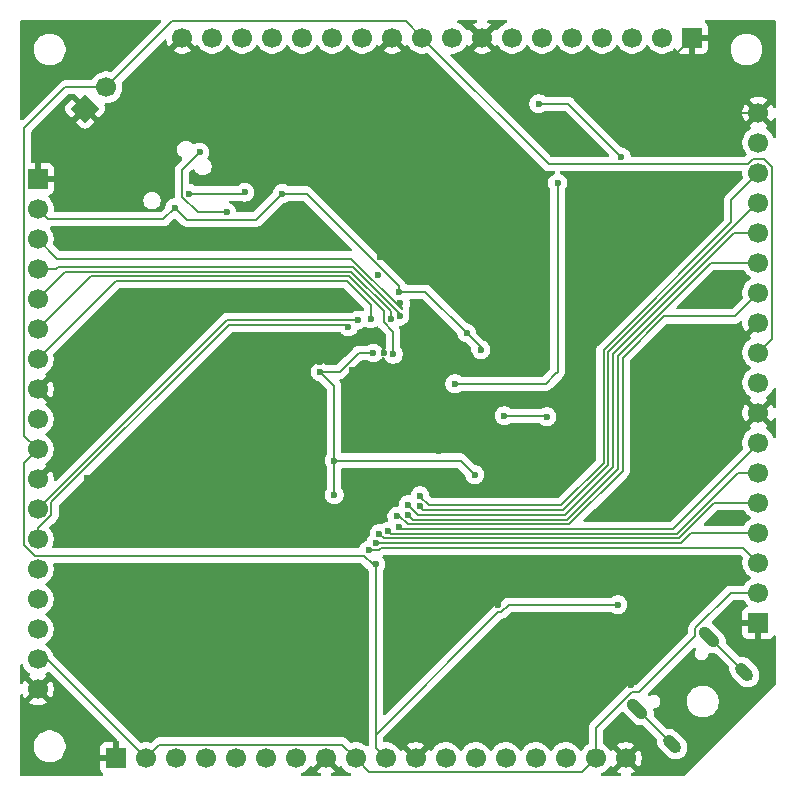
<source format=gbr>
%TF.GenerationSoftware,KiCad,Pcbnew,9.0.6*%
%TF.CreationDate,2026-01-02T14:20:19-05:00*%
%TF.ProjectId,plimsoll,706c696d-736f-46c6-9c2e-6b696361645f,rev?*%
%TF.SameCoordinates,Original*%
%TF.FileFunction,Copper,L4,Bot*%
%TF.FilePolarity,Positive*%
%FSLAX46Y46*%
G04 Gerber Fmt 4.6, Leading zero omitted, Abs format (unit mm)*
G04 Created by KiCad (PCBNEW 9.0.6) date 2026-01-02 14:20:19*
%MOMM*%
%LPD*%
G01*
G04 APERTURE LIST*
G04 Aperture macros list*
%AMHorizOval*
0 Thick line with rounded ends*
0 $1 width*
0 $2 $3 position (X,Y) of the first rounded end (center of the circle)*
0 $4 $5 position (X,Y) of the second rounded end (center of the circle)*
0 Add line between two ends*
20,1,$1,$2,$3,$4,$5,0*
0 Add two circle primitives to create the rounded ends*
1,1,$1,$2,$3*
1,1,$1,$4,$5*%
%AMRotRect*
0 Rectangle, with rotation*
0 The origin of the aperture is its center*
0 $1 length*
0 $2 width*
0 $3 Rotation angle, in degrees counterclockwise*
0 Add horizontal line*
21,1,$1,$2,0,0,$3*%
G04 Aperture macros list end*
%TA.AperFunction,HeatsinkPad*%
%ADD10HorizOval,1.000000X-0.282843X0.282843X0.282843X-0.282843X0*%
%TD*%
%TA.AperFunction,HeatsinkPad*%
%ADD11HorizOval,1.000000X-0.388909X0.388909X0.388909X-0.388909X0*%
%TD*%
%TA.AperFunction,ComponentPad*%
%ADD12R,1.700000X1.700000*%
%TD*%
%TA.AperFunction,ComponentPad*%
%ADD13C,1.700000*%
%TD*%
%TA.AperFunction,ComponentPad*%
%ADD14RotRect,1.700000X1.700000X135.000000*%
%TD*%
%TA.AperFunction,ViaPad*%
%ADD15C,0.600000*%
%TD*%
%TA.AperFunction,Conductor*%
%ADD16C,0.200000*%
%TD*%
G04 APERTURE END LIST*
D10*
%TO.P,J2,S1,SHIELD*%
%TO.N,Net-(J2-SHIELD)*%
X118814841Y-132705438D03*
D11*
X115844993Y-129735590D03*
D10*
X112705438Y-138814841D03*
D11*
X109735590Y-135844993D03*
%TD*%
D12*
%TO.P,J3,1,Pin_1*%
%TO.N,GND*%
X59000000Y-90980000D03*
D13*
%TO.P,J3,2,Pin_2*%
%TO.N,+3V3*%
X59000000Y-93520000D03*
%TO.P,J3,3,Pin_3*%
%TO.N,/PC0*%
X59000000Y-96060000D03*
%TO.P,J3,4,Pin_4*%
%TO.N,/PC1*%
X59000000Y-98600000D03*
%TO.P,J3,5,Pin_5*%
%TO.N,/PC2*%
X59000000Y-101140000D03*
%TO.P,J3,6,Pin_6*%
%TO.N,/PC3*%
X59000000Y-103680000D03*
%TO.P,J3,7,Pin_7*%
%TO.N,/PA0*%
X59000000Y-106220000D03*
%TO.P,J3,8,Pin_8*%
%TO.N,GND*%
X59000000Y-108760000D03*
%TO.P,J3,9,Pin_9*%
%TO.N,+3V3*%
X59000000Y-111300000D03*
%TO.P,J3,10,Pin_10*%
%TO.N,VBUS*%
X59000000Y-113840000D03*
%TO.P,J3,11,Pin_11*%
%TO.N,GND*%
X59000000Y-116380000D03*
%TO.P,J3,12,Pin_12*%
%TO.N,/PA1*%
X59000000Y-118920000D03*
%TO.P,J3,13,Pin_13*%
%TO.N,/PA2*%
X59000000Y-121460000D03*
%TO.P,J3,14,Pin_14*%
%TO.N,/PA3*%
X59000000Y-124000000D03*
%TO.P,J3,15,Pin_15*%
%TO.N,/PA4*%
X59000000Y-126540000D03*
%TO.P,J3,16,Pin_16*%
%TO.N,/PA5*%
X59000000Y-129080000D03*
%TO.P,J3,17,Pin_17*%
%TO.N,+3V3*%
X59000000Y-131620000D03*
%TO.P,J3,18,Pin_18*%
%TO.N,GND*%
X59000000Y-134160000D03*
%TD*%
%TO.P,J7,18,Pin_18*%
%TO.N,GND*%
X71220000Y-79000000D03*
%TO.P,J7,17,Pin_17*%
%TO.N,+3V3*%
X73760000Y-79000000D03*
%TO.P,J7,16,Pin_16*%
%TO.N,/PB9*%
X76300000Y-79000000D03*
%TO.P,J7,15,Pin_15*%
%TO.N,/PB8*%
X78840000Y-79000000D03*
%TO.P,J7,14,Pin_14*%
%TO.N,/PB7*%
X81380000Y-79000000D03*
%TO.P,J7,13,Pin_13*%
%TO.N,/PB6*%
X83920000Y-79000000D03*
%TO.P,J7,12,Pin_12*%
%TO.N,/PB5*%
X86460000Y-79000000D03*
%TO.P,J7,11,Pin_11*%
%TO.N,GND*%
X89000000Y-79000000D03*
%TO.P,J7,10,Pin_10*%
%TO.N,VBUS*%
X91540000Y-79000000D03*
%TO.P,J7,9,Pin_9*%
%TO.N,+3V3*%
X94080000Y-79000000D03*
%TO.P,J7,8,Pin_8*%
%TO.N,GND*%
X96620000Y-79000000D03*
%TO.P,J7,7,Pin_7*%
%TO.N,/PB4*%
X99160000Y-79000000D03*
%TO.P,J7,6,Pin_6*%
%TO.N,/PB3*%
X101700000Y-79000000D03*
%TO.P,J7,5,Pin_5*%
%TO.N,/PC12*%
X104240000Y-79000000D03*
%TO.P,J7,4,Pin_4*%
%TO.N,/PC11*%
X106780000Y-79000000D03*
%TO.P,J7,3,Pin_3*%
%TO.N,/PC10*%
X109320000Y-79000000D03*
%TO.P,J7,2,Pin_2*%
%TO.N,+3V3*%
X111860000Y-79000000D03*
D12*
%TO.P,J7,1,Pin_1*%
%TO.N,GND*%
X114400000Y-79000000D03*
%TD*%
%TO.P,J6,1,Pin_1*%
%TO.N,GND*%
X120000000Y-128540000D03*
D13*
%TO.P,J6,2,Pin_2*%
%TO.N,+3V3*%
X120000000Y-126000000D03*
%TO.P,J6,3,Pin_3*%
%TO.N,/PB13*%
X120000000Y-123460000D03*
%TO.P,J6,4,Pin_4*%
%TO.N,/PB14*%
X120000000Y-120920000D03*
%TO.P,J6,5,Pin_5*%
%TO.N,/PB15*%
X120000000Y-118380000D03*
%TO.P,J6,6,Pin_6*%
%TO.N,/PC6*%
X120000000Y-115840000D03*
%TO.P,J6,7,Pin_7*%
%TO.N,/PC7*%
X120000000Y-113300000D03*
%TO.P,J6,8,Pin_8*%
%TO.N,GND*%
X120000000Y-110760000D03*
%TO.P,J6,9,Pin_9*%
%TO.N,+3V3*%
X120000000Y-108220000D03*
%TO.P,J6,10,Pin_10*%
%TO.N,VBUS*%
X120000000Y-105680000D03*
%TO.P,J6,11,Pin_11*%
%TO.N,GND*%
X120000000Y-103140000D03*
%TO.P,J6,12,Pin_12*%
%TO.N,/PC8*%
X120000000Y-100600000D03*
%TO.P,J6,13,Pin_13*%
%TO.N,/PC9*%
X120000000Y-98060000D03*
%TO.P,J6,14,Pin_14*%
%TO.N,/PA8*%
X120000000Y-95520000D03*
%TO.P,J6,15,Pin_15*%
%TO.N,/PA9*%
X120000000Y-92980000D03*
%TO.P,J6,16,Pin_16*%
%TO.N,/PA10*%
X120000000Y-90440000D03*
%TO.P,J6,17,Pin_17*%
%TO.N,+3V3*%
X120000000Y-87900000D03*
%TO.P,J6,18,Pin_18*%
%TO.N,GND*%
X120000000Y-85360000D03*
%TD*%
D12*
%TO.P,J5,1,Pin_1*%
%TO.N,GND*%
X65600000Y-140000000D03*
D13*
%TO.P,J5,2,Pin_2*%
%TO.N,+3V3*%
X68140000Y-140000000D03*
%TO.P,J5,3,Pin_3*%
%TO.N,/PA6*%
X70680000Y-140000000D03*
%TO.P,J5,4,Pin_4*%
%TO.N,/PA7*%
X73220000Y-140000000D03*
%TO.P,J5,5,Pin_5*%
%TO.N,/PC4*%
X75760000Y-140000000D03*
%TO.P,J5,6,Pin_6*%
%TO.N,/PC5*%
X78300000Y-140000000D03*
%TO.P,J5,7,Pin_7*%
%TO.N,/PB0*%
X80840000Y-140000000D03*
%TO.P,J5,8,Pin_8*%
%TO.N,GND*%
X83380000Y-140000000D03*
%TO.P,J5,9,Pin_9*%
%TO.N,+3V3*%
X85920000Y-140000000D03*
%TO.P,J5,10,Pin_10*%
%TO.N,VBUS*%
X88460000Y-140000000D03*
%TO.P,J5,11,Pin_11*%
%TO.N,GND*%
X91000000Y-140000000D03*
%TO.P,J5,12,Pin_12*%
%TO.N,/PB1*%
X93540000Y-140000000D03*
%TO.P,J5,13,Pin_13*%
%TO.N,/PB2*%
X96080000Y-140000000D03*
%TO.P,J5,14,Pin_14*%
%TO.N,/PB10*%
X98620000Y-140000000D03*
%TO.P,J5,15,Pin_15*%
%TO.N,/PB11*%
X101160000Y-140000000D03*
%TO.P,J5,16,Pin_16*%
%TO.N,/PB12*%
X103700000Y-140000000D03*
%TO.P,J5,17,Pin_17*%
%TO.N,+3V3*%
X106240000Y-140000000D03*
%TO.P,J5,18,Pin_18*%
%TO.N,GND*%
X108780000Y-140000000D03*
%TD*%
%TO.P,J4,2,Pin_2*%
%TO.N,VBUS*%
X64796051Y-83203949D03*
D14*
%TO.P,J4,1,Pin_1*%
%TO.N,GND*%
X63000000Y-85000000D03*
%TD*%
D15*
%TO.N,GND*%
X59000000Y-83000000D03*
X63000000Y-79000000D03*
X117000000Y-120000000D03*
X75000000Y-137000000D03*
X85000000Y-120000000D03*
X83000000Y-120000000D03*
X82000000Y-135000000D03*
X69000000Y-132000000D03*
X70000000Y-85000000D03*
X64000000Y-90000000D03*
X69000000Y-96000000D03*
X80000000Y-95000000D03*
X87298263Y-88922320D03*
X99000000Y-100000000D03*
X111000000Y-94000000D03*
X116198537Y-100835846D03*
X116000000Y-114000000D03*
X116000000Y-125000000D03*
X104000000Y-125000000D03*
X96777092Y-134950879D03*
X89708780Y-130390678D03*
X85000000Y-126000000D03*
X63000000Y-128000000D03*
X65000000Y-125000000D03*
X90000000Y-138000000D03*
X116000000Y-86000000D03*
X113000000Y-85000000D03*
X100000000Y-83000000D03*
X93000000Y-83000000D03*
X100000000Y-89000000D03*
X115000000Y-106000000D03*
X68575000Y-103550000D03*
X71150000Y-114450000D03*
X63200000Y-116250000D03*
%TO.N,+3V3*%
X84100000Y-117700000D03*
%TO.N,GND*%
X81800000Y-85100000D03*
X77900000Y-89200000D03*
%TO.N,+3V3*%
X89600000Y-100500000D03*
X87400000Y-105700000D03*
X79700000Y-92200000D03*
X101400000Y-84600000D03*
%TO.N,VBUS*%
X87600000Y-123600000D03*
X108100000Y-127000000D03*
%TO.N,GND*%
X113700000Y-128500000D03*
X108600000Y-133100000D03*
X113800000Y-129300000D03*
X109200000Y-133800000D03*
X105000000Y-131000000D03*
X106400000Y-131000000D03*
X110900000Y-126200000D03*
X109851041Y-128648959D03*
%TO.N,+3V3*%
X108400000Y-89100000D03*
X96512500Y-105412500D03*
X95300000Y-104000000D03*
X96000000Y-116000000D03*
X84100000Y-114800000D03*
X82900000Y-107300003D03*
%TO.N,GND*%
X91600000Y-127900000D03*
X91300000Y-124200000D03*
X91600000Y-126000000D03*
X101000000Y-125600000D03*
X98000000Y-127000000D03*
X99100000Y-129000000D03*
%TO.N,/PA10*%
X91350000Y-117776443D03*
%TO.N,/PA9*%
X91324265Y-118675735D03*
%TO.N,/PA8*%
X90350000Y-118550000D03*
%TO.N,/PC9*%
X90375461Y-119424931D03*
%TO.N,/PC8*%
X89400000Y-119500000D03*
%TO.N,/BOOT0*%
X103000000Y-91300000D03*
X94300000Y-108300000D03*
%TO.N,GND*%
X110600000Y-113900000D03*
X110300000Y-111200000D03*
%TO.N,/PD2*%
X102100000Y-111100000D03*
X98500000Y-111000000D03*
%TO.N,/PC7*%
X89600000Y-120400000D03*
%TO.N,/PC6*%
X88669222Y-120780222D03*
%TO.N,/PB15*%
X87900000Y-121000000D03*
%TO.N,/PB14*%
X87600000Y-121800000D03*
%TO.N,/PB13*%
X87000000Y-122400000D03*
%TO.N,/PA1*%
X86100000Y-102900000D03*
%TO.N,/PA2*%
X85300000Y-103500000D03*
%TO.N,/PA0*%
X87179828Y-102820172D03*
%TO.N,/PC3*%
X89100000Y-105800000D03*
%TO.N,/PC2*%
X88894909Y-102836781D03*
%TO.N,/PC1*%
X89650000Y-102572507D03*
%TO.N,/PC0*%
X89700000Y-101500000D03*
%TO.N,GND*%
X80200000Y-115100000D03*
X79407165Y-107307165D03*
X72700000Y-91300000D03*
%TO.N,+3V3*%
X70600000Y-93400000D03*
%TO.N,/PA15*%
X75000000Y-93800000D03*
X72700000Y-88700000D03*
%TO.N,/nRESET*%
X71800000Y-92200000D03*
X76500000Y-92100000D03*
%TO.N,GND*%
X99500000Y-103900000D03*
X87800000Y-99100000D03*
X88000000Y-97600000D03*
X96000000Y-93800000D03*
X91700000Y-98800000D03*
X93100000Y-92200000D03*
X82900000Y-113300000D03*
X85700000Y-113200000D03*
X82900000Y-106500000D03*
X85600000Y-107100000D03*
X88300000Y-105700000D03*
X94400000Y-106800000D03*
X97400000Y-106800000D03*
X93195672Y-116979611D03*
X93000000Y-114000000D03*
%TD*%
D16*
%TO.N,GND*%
X90100000Y-138000000D02*
X99100000Y-129000000D01*
X90000000Y-138000000D02*
X90100000Y-138000000D01*
%TO.N,VBUS*%
X87600000Y-138000000D02*
X87600000Y-139140000D01*
X98248943Y-127601000D02*
X97999000Y-127601000D01*
X98849943Y-127000000D02*
X98248943Y-127601000D01*
X108100000Y-127000000D02*
X98849943Y-127000000D01*
X97999000Y-127601000D02*
X87600000Y-138000000D01*
%TO.N,GND*%
X117640000Y-85360000D02*
X120000000Y-85360000D01*
X117000000Y-86000000D02*
X117640000Y-85360000D01*
X116000000Y-86000000D02*
X117000000Y-86000000D01*
X112000000Y-85000000D02*
X113000000Y-85000000D01*
X110000000Y-83000000D02*
X112000000Y-85000000D01*
X110000000Y-83000000D02*
X110400000Y-83000000D01*
X110400000Y-83000000D02*
X114400000Y-79000000D01*
X100000000Y-83000000D02*
X110000000Y-83000000D01*
X93000000Y-83000000D02*
X99000000Y-89000000D01*
X99000000Y-89000000D02*
X100000000Y-89000000D01*
X110300000Y-110700000D02*
X110300000Y-111200000D01*
X115000000Y-106000000D02*
X110300000Y-110700000D01*
X64085000Y-103675000D02*
X59000000Y-108760000D01*
X68450000Y-103675000D02*
X64085000Y-103675000D01*
X68575000Y-103550000D02*
X68450000Y-103675000D01*
X63200000Y-116250000D02*
X69350000Y-116250000D01*
X69350000Y-116250000D02*
X71150000Y-114450000D01*
%TO.N,+3V3*%
X96512500Y-105212500D02*
X95300000Y-104000000D01*
X96512500Y-105412500D02*
X96512500Y-105212500D01*
X84100000Y-108500003D02*
X82900000Y-107300003D01*
X84100000Y-114800000D02*
X84100000Y-108500003D01*
X69630000Y-94370000D02*
X70600000Y-93400000D01*
X59850000Y-94370000D02*
X69630000Y-94370000D01*
X59000000Y-93520000D02*
X59850000Y-94370000D01*
X94800000Y-114800000D02*
X84100000Y-114800000D01*
X96000000Y-116000000D02*
X94800000Y-114800000D01*
X114655084Y-129678467D02*
X114655084Y-129014895D01*
X114655084Y-129014895D02*
X117669979Y-126000000D01*
X109268979Y-134401000D02*
X109932551Y-134401000D01*
X117669979Y-126000000D02*
X120000000Y-126000000D01*
X106240000Y-140000000D02*
X106240000Y-137429979D01*
X106240000Y-137429979D02*
X109268979Y-134401000D01*
X109932551Y-134401000D02*
X114655084Y-129678467D01*
X84100000Y-117700000D02*
X84100000Y-114800000D01*
X59760000Y-131620000D02*
X68140000Y-140000000D01*
X59000000Y-131620000D02*
X59760000Y-131620000D01*
X84769000Y-138849000D02*
X85920000Y-140000000D01*
X69291000Y-138849000D02*
X84769000Y-138849000D01*
X68140000Y-140000000D02*
X69291000Y-138849000D01*
X87071000Y-141151000D02*
X85920000Y-140000000D01*
X105089000Y-141151000D02*
X87071000Y-141151000D01*
X106240000Y-140000000D02*
X105089000Y-141151000D01*
%TO.N,/PC0*%
X85550057Y-97700000D02*
X60640000Y-97700000D01*
X89850057Y-102000000D02*
X85550057Y-97700000D01*
X60640000Y-97700000D02*
X59000000Y-96060000D01*
X89700000Y-101500000D02*
X89850057Y-102000000D01*
%TO.N,+3V3*%
X81749943Y-92200000D02*
X79700000Y-92200000D01*
X89600000Y-100050057D02*
X81749943Y-92200000D01*
X89600000Y-100500000D02*
X89600000Y-100050057D01*
X91800000Y-100500000D02*
X95300000Y-104000000D01*
X89600000Y-100500000D02*
X91800000Y-100500000D01*
X84550054Y-107300003D02*
X82900000Y-107300003D01*
X87400000Y-105700000D02*
X86150057Y-105700000D01*
X86150057Y-105700000D02*
X84550054Y-107300003D01*
X77499000Y-94401000D02*
X79700000Y-92200000D01*
X71601000Y-94401000D02*
X77499000Y-94401000D01*
X70600000Y-93400000D02*
X71601000Y-94401000D01*
X101400000Y-84600000D02*
X103900000Y-84600000D01*
X103900000Y-84600000D02*
X108400000Y-89100000D01*
%TO.N,VBUS*%
X121151000Y-104529000D02*
X120000000Y-105680000D01*
X121151000Y-89952000D02*
X121151000Y-104529000D01*
X119523240Y-89289000D02*
X120488000Y-89289000D01*
X120488000Y-89289000D02*
X121151000Y-89952000D01*
X119111240Y-89701000D02*
X119523240Y-89289000D01*
X102241000Y-89701000D02*
X119111240Y-89701000D01*
X91540000Y-79000000D02*
X102241000Y-89701000D01*
X90141000Y-77601000D02*
X91540000Y-79000000D01*
X70399000Y-77601000D02*
X90141000Y-77601000D01*
X64796051Y-83203949D02*
X70399000Y-77601000D01*
X61303949Y-83203949D02*
X64796051Y-83203949D01*
X61300000Y-83200000D02*
X61303949Y-83203949D01*
X57849000Y-86651000D02*
X61300000Y-83200000D01*
X57849000Y-112689000D02*
X57849000Y-86651000D01*
X59000000Y-113840000D02*
X57849000Y-112689000D01*
X87350057Y-123600000D02*
X87600000Y-123600000D01*
X58761240Y-122849000D02*
X86599057Y-122849000D01*
X57849000Y-121936760D02*
X58761240Y-122849000D01*
X57849000Y-114991000D02*
X57849000Y-121936760D01*
X59000000Y-113840000D02*
X57849000Y-114991000D01*
X86599057Y-122849000D02*
X87350057Y-123600000D01*
X87600000Y-139140000D02*
X88460000Y-140000000D01*
X87600000Y-123600000D02*
X87600000Y-139140000D01*
%TO.N,Net-(J2-SHIELD)*%
X115844993Y-129735590D02*
X118814841Y-132705438D01*
X109735590Y-135844993D02*
X112705438Y-138814841D01*
%TO.N,/PA10*%
X91350000Y-117851527D02*
X91350000Y-117776443D01*
X106896000Y-105435600D02*
X106896000Y-115002700D01*
X92092473Y-118594000D02*
X91350000Y-117851527D01*
X117700000Y-94631600D02*
X106896000Y-105435600D01*
X106896000Y-115002700D02*
X103304700Y-118594000D01*
X117700000Y-92740000D02*
X117700000Y-94631600D01*
X120000000Y-90440000D02*
X117700000Y-92740000D01*
X103304700Y-118594000D02*
X92092473Y-118594000D01*
%TO.N,/PA9*%
X119918700Y-92980000D02*
X120000000Y-92980000D01*
X107297000Y-105601700D02*
X119918700Y-92980000D01*
X107297000Y-115168800D02*
X107297000Y-105601700D01*
X91643530Y-118995000D02*
X103470800Y-118995000D01*
X91324265Y-118675735D02*
X91643530Y-118995000D01*
X103470800Y-118995000D02*
X107297000Y-115168800D01*
%TO.N,/PA8*%
X117945800Y-95520000D02*
X120000000Y-95520000D01*
X107698000Y-105767800D02*
X117945800Y-95520000D01*
X107698000Y-115334900D02*
X107698000Y-105767800D01*
X103636900Y-119396000D02*
X107698000Y-115334900D01*
X91196000Y-119396000D02*
X103636900Y-119396000D01*
X90350000Y-118550000D02*
X91196000Y-119396000D01*
%TO.N,/PC9*%
X108099000Y-105933900D02*
X115972900Y-98060000D01*
X108099000Y-115501000D02*
X108099000Y-105933900D01*
X115972900Y-98060000D02*
X120000000Y-98060000D01*
X103803000Y-119797000D02*
X108099000Y-115501000D01*
X90375461Y-119424931D02*
X90747530Y-119797000D01*
X90747530Y-119797000D02*
X103803000Y-119797000D01*
%TO.N,/PC8*%
X118000000Y-102600000D02*
X120000000Y-100600000D01*
X108500000Y-115667100D02*
X108500000Y-106100000D01*
X90300000Y-120198000D02*
X103969100Y-120198000D01*
X89602000Y-119500000D02*
X90300000Y-120198000D01*
X103969100Y-120198000D02*
X108500000Y-115667100D01*
X112000000Y-102600000D02*
X118000000Y-102600000D01*
X89400000Y-119500000D02*
X89602000Y-119500000D01*
X108500000Y-106100000D02*
X112000000Y-102600000D01*
%TO.N,/PC7*%
X112801000Y-120599000D02*
X89799000Y-120599000D01*
X120000000Y-113400000D02*
X112801000Y-120599000D01*
X120000000Y-113300000D02*
X120000000Y-113400000D01*
X89799000Y-120599000D02*
X89600000Y-120400000D01*
%TO.N,/PB13*%
X118742000Y-122202000D02*
X120000000Y-123460000D01*
X88047943Y-122202000D02*
X118742000Y-122202000D01*
X87849943Y-122400000D02*
X88047943Y-122202000D01*
X87000000Y-122400000D02*
X87849943Y-122400000D01*
%TO.N,/BOOT0*%
X103000000Y-107300000D02*
X103000000Y-91300000D01*
X102800000Y-107500000D02*
X103000000Y-107300000D01*
X94300000Y-108300000D02*
X102000000Y-108300000D01*
X102000000Y-108300000D02*
X102800000Y-107500000D01*
%TO.N,/PD2*%
X102000000Y-111000000D02*
X102100000Y-111100000D01*
X98500000Y-111000000D02*
X102000000Y-111000000D01*
%TO.N,/PB14*%
X113433200Y-121801000D02*
X87601000Y-121801000D01*
X87601000Y-121801000D02*
X87600000Y-121800000D01*
X114314200Y-120920000D02*
X113433200Y-121801000D01*
X120000000Y-120920000D02*
X114314200Y-120920000D01*
%TO.N,/PB15*%
X119980000Y-118400000D02*
X120000000Y-118380000D01*
X113267100Y-121400000D02*
X116267100Y-118400000D01*
X88300000Y-121400000D02*
X113267100Y-121400000D01*
X116267100Y-118400000D02*
X119980000Y-118400000D01*
X87900000Y-121000000D02*
X88300000Y-121400000D01*
%TO.N,/PC6*%
X118260000Y-115840000D02*
X120000000Y-115840000D01*
X88889000Y-121000000D02*
X113100000Y-121000000D01*
X113100000Y-121000000D02*
X118260000Y-115840000D01*
X88669222Y-120780222D02*
X88889000Y-121000000D01*
%TO.N,/PA2*%
X60151000Y-119396760D02*
X59000000Y-120547760D01*
X60151000Y-118336100D02*
X60151000Y-119396760D01*
X75187100Y-103300000D02*
X60151000Y-118336100D01*
X59000000Y-120547760D02*
X59000000Y-121460000D01*
X85100000Y-103300000D02*
X75187100Y-103300000D01*
X85300000Y-103500000D02*
X85100000Y-103300000D01*
%TO.N,/PA1*%
X75021000Y-102899000D02*
X86099000Y-102899000D01*
X86099000Y-102899000D02*
X86100000Y-102900000D01*
X59000000Y-118920000D02*
X75021000Y-102899000D01*
%TO.N,/PA0*%
X85193178Y-99611521D02*
X65608479Y-99611521D01*
X65608479Y-99611521D02*
X59000000Y-106220000D01*
X87179828Y-101598171D02*
X85193178Y-99611521D01*
X87179828Y-102820172D02*
X87179828Y-101598171D01*
%TO.N,/PC3*%
X89100000Y-103891815D02*
X89100000Y-105800000D01*
X88293909Y-103085724D02*
X89100000Y-103891815D01*
X85359278Y-99210521D02*
X88293909Y-102145152D01*
X63469479Y-99210521D02*
X85359278Y-99210521D01*
X59000000Y-103680000D02*
X63469479Y-99210521D01*
X88293909Y-102145152D02*
X88293909Y-103085724D01*
%TO.N,/PC2*%
X61330479Y-98809521D02*
X59000000Y-101140000D01*
X85525378Y-98809521D02*
X61330479Y-98809521D01*
X88894909Y-102179052D02*
X85525378Y-98809521D01*
X88894909Y-102836781D02*
X88894909Y-102179052D01*
%TO.N,/PC1*%
X60517042Y-98600000D02*
X59000000Y-98600000D01*
X60708521Y-98408521D02*
X60517042Y-98600000D01*
X85691478Y-98408521D02*
X60708521Y-98408521D01*
X89650000Y-102367043D02*
X85691478Y-98408521D01*
X89650000Y-102572507D02*
X89650000Y-102367043D01*
%TO.N,/PA15*%
X72700000Y-88700000D02*
X71199000Y-90201000D01*
X71199000Y-92448943D02*
X72550057Y-93800000D01*
X72550057Y-93800000D02*
X75000000Y-93800000D01*
X71199000Y-90201000D02*
X71199000Y-92448943D01*
%TO.N,/nRESET*%
X76400000Y-92200000D02*
X76500000Y-92100000D01*
X71800000Y-92200000D02*
X76400000Y-92200000D01*
%TD*%
%TA.AperFunction,Conductor*%
%TO.N,GND*%
G36*
X59963346Y-132678996D02*
G01*
X59990053Y-132699288D01*
X65813681Y-138522916D01*
X65847166Y-138584239D01*
X65850000Y-138610597D01*
X65850000Y-139566988D01*
X65792993Y-139534075D01*
X65665826Y-139500000D01*
X65534174Y-139500000D01*
X65407007Y-139534075D01*
X65350000Y-139566988D01*
X65350000Y-138650000D01*
X64702155Y-138650000D01*
X64642627Y-138656401D01*
X64642620Y-138656403D01*
X64507913Y-138706645D01*
X64507906Y-138706649D01*
X64392812Y-138792809D01*
X64392809Y-138792812D01*
X64306649Y-138907906D01*
X64306645Y-138907913D01*
X64256403Y-139042620D01*
X64256401Y-139042627D01*
X64250000Y-139102155D01*
X64250000Y-139750000D01*
X65166988Y-139750000D01*
X65134075Y-139807007D01*
X65100000Y-139934174D01*
X65100000Y-140065826D01*
X65134075Y-140192993D01*
X65166988Y-140250000D01*
X64250000Y-140250000D01*
X64250000Y-140897844D01*
X64256401Y-140957372D01*
X64256403Y-140957379D01*
X64306645Y-141092086D01*
X64306649Y-141092093D01*
X64392809Y-141207187D01*
X64392812Y-141207190D01*
X64485042Y-141276234D01*
X64526913Y-141332168D01*
X64531897Y-141401859D01*
X64498411Y-141463182D01*
X64437088Y-141496666D01*
X64410731Y-141499500D01*
X57624500Y-141499500D01*
X57557461Y-141479815D01*
X57511706Y-141427011D01*
X57500500Y-141375500D01*
X57500500Y-138893713D01*
X58649500Y-138893713D01*
X58649500Y-139106286D01*
X58680419Y-139301505D01*
X58682754Y-139316243D01*
X58706563Y-139389520D01*
X58748444Y-139518414D01*
X58844951Y-139707820D01*
X58969890Y-139879786D01*
X59120213Y-140030109D01*
X59292179Y-140155048D01*
X59292181Y-140155049D01*
X59292184Y-140155051D01*
X59481588Y-140251557D01*
X59683757Y-140317246D01*
X59893713Y-140350500D01*
X59893714Y-140350500D01*
X60106286Y-140350500D01*
X60106287Y-140350500D01*
X60316243Y-140317246D01*
X60518412Y-140251557D01*
X60707816Y-140155051D01*
X60747802Y-140126000D01*
X60879786Y-140030109D01*
X60879788Y-140030106D01*
X60879792Y-140030104D01*
X61030104Y-139879792D01*
X61030106Y-139879788D01*
X61030109Y-139879786D01*
X61155048Y-139707820D01*
X61155047Y-139707820D01*
X61155051Y-139707816D01*
X61251557Y-139518412D01*
X61317246Y-139316243D01*
X61350500Y-139106287D01*
X61350500Y-138893713D01*
X61317246Y-138683757D01*
X61251557Y-138481588D01*
X61155051Y-138292184D01*
X61155049Y-138292181D01*
X61155048Y-138292179D01*
X61030109Y-138120213D01*
X60879786Y-137969890D01*
X60707820Y-137844951D01*
X60518414Y-137748444D01*
X60518413Y-137748443D01*
X60518412Y-137748443D01*
X60316243Y-137682754D01*
X60316241Y-137682753D01*
X60316240Y-137682753D01*
X60154957Y-137657208D01*
X60106287Y-137649500D01*
X59893713Y-137649500D01*
X59845042Y-137657208D01*
X59683760Y-137682753D01*
X59481585Y-137748444D01*
X59292179Y-137844951D01*
X59120213Y-137969890D01*
X58969890Y-138120213D01*
X58844951Y-138292179D01*
X58748444Y-138481585D01*
X58682753Y-138683760D01*
X58649500Y-138893713D01*
X57500500Y-138893713D01*
X57500500Y-134696611D01*
X57520185Y-134629572D01*
X57572989Y-134583817D01*
X57642147Y-134573873D01*
X57705703Y-134602898D01*
X57742432Y-134658294D01*
X57748906Y-134678221D01*
X57845375Y-134867550D01*
X57884728Y-134921716D01*
X58517037Y-134289408D01*
X58534075Y-134352993D01*
X58599901Y-134467007D01*
X58692993Y-134560099D01*
X58807007Y-134625925D01*
X58870590Y-134642962D01*
X58238282Y-135275269D01*
X58238282Y-135275270D01*
X58292449Y-135314624D01*
X58481782Y-135411095D01*
X58683870Y-135476757D01*
X58893754Y-135510000D01*
X59106246Y-135510000D01*
X59316127Y-135476757D01*
X59316130Y-135476757D01*
X59518217Y-135411095D01*
X59707554Y-135314622D01*
X59761716Y-135275270D01*
X59761717Y-135275270D01*
X59129408Y-134642962D01*
X59192993Y-134625925D01*
X59307007Y-134560099D01*
X59400099Y-134467007D01*
X59465925Y-134352993D01*
X59482962Y-134289409D01*
X60115270Y-134921717D01*
X60115270Y-134921716D01*
X60154622Y-134867554D01*
X60251095Y-134678217D01*
X60316757Y-134476130D01*
X60316757Y-134476127D01*
X60350000Y-134266246D01*
X60350000Y-134053753D01*
X60316757Y-133843872D01*
X60316757Y-133843869D01*
X60251095Y-133641782D01*
X60154624Y-133452449D01*
X60115270Y-133398282D01*
X60115269Y-133398282D01*
X59482962Y-134030590D01*
X59465925Y-133967007D01*
X59400099Y-133852993D01*
X59307007Y-133759901D01*
X59192993Y-133694075D01*
X59129409Y-133677037D01*
X59761716Y-133044728D01*
X59707547Y-133005373D01*
X59707547Y-133005372D01*
X59698500Y-133000763D01*
X59647706Y-132952788D01*
X59630912Y-132884966D01*
X59653451Y-132818832D01*
X59698508Y-132779793D01*
X59707816Y-132775051D01*
X59829491Y-132686648D01*
X59895292Y-132663171D01*
X59963346Y-132678996D01*
G37*
%TD.AperFunction*%
%TA.AperFunction,Conductor*%
G36*
X82914075Y-140192993D02*
G01*
X82979901Y-140307007D01*
X83072993Y-140400099D01*
X83187007Y-140465925D01*
X83250590Y-140482962D01*
X82618282Y-141115269D01*
X82618282Y-141115270D01*
X82672449Y-141154624D01*
X82861782Y-141251095D01*
X82881706Y-141257569D01*
X82939381Y-141297006D01*
X82966580Y-141361365D01*
X82954665Y-141430211D01*
X82907421Y-141481687D01*
X82843388Y-141499500D01*
X81378226Y-141499500D01*
X81311187Y-141479815D01*
X81265432Y-141427011D01*
X81255488Y-141357853D01*
X81284513Y-141294297D01*
X81339906Y-141257569D01*
X81358412Y-141251557D01*
X81547816Y-141155051D01*
X81634471Y-141092093D01*
X81719786Y-141030109D01*
X81719788Y-141030106D01*
X81719792Y-141030104D01*
X81870104Y-140879792D01*
X81870106Y-140879788D01*
X81870109Y-140879786D01*
X81955890Y-140761717D01*
X81995051Y-140707816D01*
X81999793Y-140698508D01*
X82047763Y-140647711D01*
X82115583Y-140630911D01*
X82181719Y-140653445D01*
X82220763Y-140698500D01*
X82225373Y-140707547D01*
X82264728Y-140761716D01*
X82897036Y-140129407D01*
X82914075Y-140192993D01*
G37*
%TD.AperFunction*%
%TA.AperFunction,Conductor*%
G36*
X84495270Y-140761717D02*
G01*
X84495270Y-140761716D01*
X84534622Y-140707555D01*
X84539232Y-140698507D01*
X84587205Y-140647709D01*
X84655025Y-140630912D01*
X84721161Y-140653447D01*
X84760204Y-140698504D01*
X84764949Y-140707817D01*
X84889890Y-140879786D01*
X85040213Y-141030109D01*
X85212179Y-141155048D01*
X85212181Y-141155049D01*
X85212184Y-141155051D01*
X85401588Y-141251557D01*
X85420092Y-141257569D01*
X85477768Y-141297006D01*
X85504966Y-141361365D01*
X85493051Y-141430211D01*
X85445807Y-141481687D01*
X85381774Y-141499500D01*
X83916612Y-141499500D01*
X83849573Y-141479815D01*
X83803818Y-141427011D01*
X83793874Y-141357853D01*
X83822899Y-141294297D01*
X83878294Y-141257569D01*
X83898217Y-141251095D01*
X84087554Y-141154622D01*
X84141716Y-141115270D01*
X84141717Y-141115270D01*
X83509408Y-140482962D01*
X83572993Y-140465925D01*
X83687007Y-140400099D01*
X83780099Y-140307007D01*
X83845925Y-140192993D01*
X83862962Y-140129409D01*
X84495270Y-140761717D01*
G37*
%TD.AperFunction*%
%TA.AperFunction,Conductor*%
G36*
X108314075Y-140192993D02*
G01*
X108379901Y-140307007D01*
X108472993Y-140400099D01*
X108587007Y-140465925D01*
X108650590Y-140482962D01*
X108018282Y-141115269D01*
X108018282Y-141115270D01*
X108072449Y-141154624D01*
X108261782Y-141251095D01*
X108281706Y-141257569D01*
X108339381Y-141297006D01*
X108366580Y-141361365D01*
X108354665Y-141430211D01*
X108307421Y-141481687D01*
X108243388Y-141499500D01*
X106778226Y-141499500D01*
X106711187Y-141479815D01*
X106665432Y-141427011D01*
X106655488Y-141357853D01*
X106684513Y-141294297D01*
X106739906Y-141257569D01*
X106758412Y-141251557D01*
X106947816Y-141155051D01*
X107034471Y-141092093D01*
X107119786Y-141030109D01*
X107119788Y-141030106D01*
X107119792Y-141030104D01*
X107270104Y-140879792D01*
X107270106Y-140879788D01*
X107270109Y-140879786D01*
X107355890Y-140761717D01*
X107395051Y-140707816D01*
X107399793Y-140698508D01*
X107447763Y-140647711D01*
X107515583Y-140630911D01*
X107581719Y-140653445D01*
X107620763Y-140698500D01*
X107625373Y-140707547D01*
X107664728Y-140761716D01*
X108297037Y-140129408D01*
X108314075Y-140192993D01*
G37*
%TD.AperFunction*%
%TA.AperFunction,Conductor*%
G36*
X118781320Y-126620185D02*
G01*
X118824765Y-126668205D01*
X118844947Y-126707814D01*
X118844948Y-126707815D01*
X118969890Y-126879786D01*
X119083818Y-126993714D01*
X119117303Y-127055037D01*
X119112319Y-127124729D01*
X119070447Y-127180662D01*
X119039471Y-127197577D01*
X118907912Y-127246646D01*
X118907906Y-127246649D01*
X118792812Y-127332809D01*
X118792809Y-127332812D01*
X118706649Y-127447906D01*
X118706645Y-127447913D01*
X118656403Y-127582620D01*
X118656401Y-127582627D01*
X118650000Y-127642155D01*
X118650000Y-128290000D01*
X119566988Y-128290000D01*
X119534075Y-128347007D01*
X119500000Y-128474174D01*
X119500000Y-128605826D01*
X119534075Y-128732993D01*
X119566988Y-128790000D01*
X118650000Y-128790000D01*
X118650000Y-129437844D01*
X118656401Y-129497372D01*
X118656403Y-129497379D01*
X118706645Y-129632086D01*
X118706649Y-129632093D01*
X118792809Y-129747187D01*
X118792812Y-129747190D01*
X118907906Y-129833350D01*
X118907913Y-129833354D01*
X119042620Y-129883596D01*
X119042627Y-129883598D01*
X119102155Y-129889999D01*
X119102172Y-129890000D01*
X119750000Y-129890000D01*
X119750000Y-128973012D01*
X119807007Y-129005925D01*
X119934174Y-129040000D01*
X120065826Y-129040000D01*
X120192993Y-129005925D01*
X120250000Y-128973012D01*
X120250000Y-129890000D01*
X120897828Y-129890000D01*
X120897844Y-129889999D01*
X120957372Y-129883598D01*
X120957379Y-129883596D01*
X121092086Y-129833354D01*
X121092093Y-129833350D01*
X121207187Y-129747190D01*
X121207190Y-129747187D01*
X121276234Y-129654958D01*
X121332168Y-129613087D01*
X121401859Y-129608103D01*
X121463182Y-129641589D01*
X121496666Y-129702912D01*
X121499500Y-129729269D01*
X121499500Y-133741324D01*
X121479815Y-133808363D01*
X121463181Y-133829005D01*
X113829005Y-141463181D01*
X113767682Y-141496666D01*
X113741324Y-141499500D01*
X109316612Y-141499500D01*
X109249573Y-141479815D01*
X109203818Y-141427011D01*
X109193874Y-141357853D01*
X109222899Y-141294297D01*
X109278294Y-141257569D01*
X109298217Y-141251095D01*
X109487554Y-141154622D01*
X109541716Y-141115270D01*
X109541717Y-141115270D01*
X108909408Y-140482962D01*
X108972993Y-140465925D01*
X109087007Y-140400099D01*
X109180099Y-140307007D01*
X109245925Y-140192993D01*
X109262962Y-140129409D01*
X109895270Y-140761717D01*
X109895270Y-140761716D01*
X109934622Y-140707554D01*
X110031095Y-140518217D01*
X110096757Y-140316130D01*
X110096757Y-140316127D01*
X110130000Y-140106246D01*
X110130000Y-139893753D01*
X110096757Y-139683872D01*
X110096757Y-139683869D01*
X110031095Y-139481782D01*
X109934624Y-139292449D01*
X109895270Y-139238282D01*
X109895269Y-139238282D01*
X109262962Y-139870590D01*
X109245925Y-139807007D01*
X109180099Y-139692993D01*
X109087007Y-139599901D01*
X108972993Y-139534075D01*
X108909409Y-139517037D01*
X109541716Y-138884728D01*
X109487550Y-138845375D01*
X109298217Y-138748904D01*
X109096129Y-138683242D01*
X108886246Y-138650000D01*
X108673754Y-138650000D01*
X108463872Y-138683242D01*
X108463869Y-138683242D01*
X108261782Y-138748904D01*
X108072439Y-138845380D01*
X108018282Y-138884727D01*
X108018282Y-138884728D01*
X108650591Y-139517037D01*
X108587007Y-139534075D01*
X108472993Y-139599901D01*
X108379901Y-139692993D01*
X108314075Y-139807007D01*
X108297037Y-139870591D01*
X107664728Y-139238282D01*
X107664727Y-139238282D01*
X107625380Y-139292440D01*
X107625376Y-139292446D01*
X107620760Y-139301505D01*
X107572781Y-139352297D01*
X107504959Y-139369087D01*
X107438826Y-139346543D01*
X107399794Y-139301493D01*
X107395051Y-139292184D01*
X107395049Y-139292181D01*
X107395048Y-139292179D01*
X107270109Y-139120213D01*
X107119786Y-138969890D01*
X106947815Y-138844948D01*
X106947814Y-138844947D01*
X106908205Y-138824765D01*
X106857409Y-138776791D01*
X106840500Y-138714281D01*
X106840500Y-137730075D01*
X106860185Y-137663036D01*
X106876814Y-137642399D01*
X108409765Y-136109447D01*
X108471086Y-136075964D01*
X108540778Y-136080948D01*
X108585125Y-136109449D01*
X109486712Y-137011037D01*
X109486713Y-137011038D01*
X109486716Y-137011040D01*
X109486718Y-137011042D01*
X109561880Y-137061263D01*
X109650586Y-137120534D01*
X109741624Y-137158243D01*
X109832663Y-137195953D01*
X109981980Y-137225654D01*
X110025954Y-137234401D01*
X110025957Y-137234402D01*
X110224402Y-137234402D01*
X110291441Y-137254087D01*
X110312083Y-137270721D01*
X111385776Y-138344414D01*
X111419261Y-138405737D01*
X111422095Y-138432095D01*
X111422095Y-138630542D01*
X111460542Y-138823826D01*
X111460544Y-138823834D01*
X111535962Y-139005908D01*
X111535967Y-139005918D01*
X111645455Y-139169778D01*
X111645458Y-139169782D01*
X112350496Y-139874820D01*
X112350500Y-139874823D01*
X112514360Y-139984311D01*
X112514364Y-139984313D01*
X112514367Y-139984315D01*
X112696445Y-140059735D01*
X112844048Y-140089095D01*
X112889736Y-140098183D01*
X112889739Y-140098184D01*
X112889741Y-140098184D01*
X113086823Y-140098184D01*
X113086824Y-140098183D01*
X113280117Y-140059735D01*
X113462195Y-139984315D01*
X113626062Y-139874823D01*
X113765420Y-139735465D01*
X113874912Y-139571598D01*
X113950332Y-139389520D01*
X113988781Y-139196224D01*
X113988781Y-138999144D01*
X113988781Y-138999141D01*
X113988780Y-138999139D01*
X113970634Y-138907913D01*
X113950332Y-138805848D01*
X113874912Y-138623770D01*
X113874910Y-138623767D01*
X113874908Y-138623763D01*
X113765420Y-138459903D01*
X113765417Y-138459899D01*
X113060379Y-137754861D01*
X113060375Y-137754858D01*
X112896515Y-137645370D01*
X112896505Y-137645365D01*
X112714431Y-137569947D01*
X112714423Y-137569945D01*
X112521138Y-137531498D01*
X112521135Y-137531498D01*
X112324055Y-137531498D01*
X112322692Y-137531498D01*
X112255653Y-137511813D01*
X112235011Y-137495179D01*
X111161318Y-136421486D01*
X111127833Y-136360163D01*
X111124999Y-136333805D01*
X111124999Y-136135359D01*
X111124998Y-136135357D01*
X111086552Y-135942078D01*
X111086550Y-135942066D01*
X111086543Y-135942051D01*
X111084816Y-135936354D01*
X111084187Y-135866487D01*
X111121430Y-135807371D01*
X111184722Y-135777775D01*
X111187288Y-135777410D01*
X111190204Y-135777025D01*
X111190214Y-135777025D01*
X111336583Y-135737806D01*
X111467813Y-135662040D01*
X111574963Y-135554890D01*
X111650729Y-135423660D01*
X111689948Y-135277291D01*
X111689948Y-135125759D01*
X111689947Y-135125754D01*
X111688657Y-135120939D01*
X111688655Y-135120934D01*
X111681361Y-135093713D01*
X113949500Y-135093713D01*
X113949500Y-135306287D01*
X113982754Y-135516243D01*
X114030126Y-135662039D01*
X114048444Y-135718414D01*
X114144951Y-135907820D01*
X114269890Y-136079786D01*
X114420213Y-136230109D01*
X114592179Y-136355048D01*
X114592181Y-136355049D01*
X114592184Y-136355051D01*
X114781588Y-136451557D01*
X114983757Y-136517246D01*
X115193713Y-136550500D01*
X115193714Y-136550500D01*
X115406286Y-136550500D01*
X115406287Y-136550500D01*
X115616243Y-136517246D01*
X115818412Y-136451557D01*
X116007816Y-136355051D01*
X116048886Y-136325212D01*
X116179786Y-136230109D01*
X116179788Y-136230106D01*
X116179792Y-136230104D01*
X116330104Y-136079792D01*
X116330106Y-136079788D01*
X116330109Y-136079786D01*
X116455048Y-135907820D01*
X116455047Y-135907820D01*
X116455051Y-135907816D01*
X116551557Y-135718412D01*
X116617246Y-135516243D01*
X116650500Y-135306287D01*
X116650500Y-135093713D01*
X116617246Y-134883757D01*
X116551557Y-134681588D01*
X116455051Y-134492184D01*
X116455049Y-134492181D01*
X116455048Y-134492179D01*
X116330109Y-134320213D01*
X116179786Y-134169890D01*
X116007820Y-134044951D01*
X115818414Y-133948444D01*
X115818413Y-133948443D01*
X115818412Y-133948443D01*
X115616243Y-133882754D01*
X115616241Y-133882753D01*
X115616240Y-133882753D01*
X115454957Y-133857208D01*
X115406287Y-133849500D01*
X115193713Y-133849500D01*
X115145042Y-133857208D01*
X114983760Y-133882753D01*
X114781585Y-133948444D01*
X114592179Y-134044951D01*
X114420213Y-134169890D01*
X114269890Y-134320213D01*
X114144951Y-134492179D01*
X114048444Y-134681585D01*
X113982753Y-134883760D01*
X113976486Y-134923330D01*
X113949500Y-135093713D01*
X111681361Y-135093713D01*
X111650728Y-134979388D01*
X111640577Y-134961806D01*
X111574963Y-134848160D01*
X111467813Y-134741010D01*
X111364892Y-134681588D01*
X111336584Y-134665244D01*
X111260859Y-134644954D01*
X111190214Y-134626025D01*
X111038682Y-134626025D01*
X110892313Y-134665244D01*
X110892312Y-134665244D01*
X110892310Y-134665245D01*
X110892309Y-134665245D01*
X110821278Y-134706255D01*
X110753377Y-134722728D01*
X110687350Y-134699875D01*
X110644160Y-134644954D01*
X110637519Y-134575400D01*
X110669535Y-134513298D01*
X110671554Y-134511230D01*
X114511189Y-130671595D01*
X114572510Y-130638112D01*
X114642202Y-130643096D01*
X114698135Y-130684968D01*
X114722552Y-130750432D01*
X114707700Y-130818705D01*
X114706255Y-130821278D01*
X114665245Y-130892309D01*
X114665245Y-130892310D01*
X114665244Y-130892312D01*
X114665244Y-130892313D01*
X114626025Y-131038682D01*
X114626025Y-131190214D01*
X114645634Y-131263398D01*
X114665244Y-131336584D01*
X114678996Y-131360402D01*
X114741010Y-131467813D01*
X114848160Y-131574963D01*
X114979390Y-131650729D01*
X115125759Y-131689948D01*
X115125761Y-131689948D01*
X115277289Y-131689948D01*
X115277291Y-131689948D01*
X115423660Y-131650729D01*
X115554890Y-131574963D01*
X115662040Y-131467813D01*
X115737806Y-131336583D01*
X115777025Y-131190214D01*
X115777025Y-131190204D01*
X115777410Y-131187288D01*
X115778420Y-131185002D01*
X115779128Y-131182364D01*
X115779539Y-131182474D01*
X115805677Y-131123392D01*
X115864001Y-131084921D01*
X115933866Y-131084090D01*
X115936354Y-131084816D01*
X115942051Y-131086543D01*
X115942066Y-131086550D01*
X116091383Y-131116251D01*
X116135357Y-131124998D01*
X116135360Y-131124999D01*
X116333805Y-131124999D01*
X116400844Y-131144684D01*
X116421486Y-131161318D01*
X117495179Y-132235011D01*
X117528664Y-132296334D01*
X117531498Y-132322692D01*
X117531498Y-132521139D01*
X117569945Y-132714423D01*
X117569947Y-132714431D01*
X117645365Y-132896505D01*
X117645370Y-132896515D01*
X117754858Y-133060375D01*
X117754861Y-133060379D01*
X118459899Y-133765417D01*
X118459903Y-133765420D01*
X118623763Y-133874908D01*
X118623767Y-133874910D01*
X118623770Y-133874912D01*
X118805848Y-133950332D01*
X118999139Y-133988780D01*
X118999142Y-133988781D01*
X118999144Y-133988781D01*
X119196226Y-133988781D01*
X119196227Y-133988780D01*
X119389520Y-133950332D01*
X119571598Y-133874912D01*
X119735465Y-133765420D01*
X119874823Y-133626062D01*
X119984315Y-133462195D01*
X120059735Y-133280117D01*
X120098184Y-133086821D01*
X120098184Y-132889741D01*
X120098184Y-132889738D01*
X120098183Y-132889736D01*
X120076314Y-132779792D01*
X120059735Y-132696445D01*
X119984315Y-132514367D01*
X119984313Y-132514364D01*
X119984311Y-132514360D01*
X119874823Y-132350500D01*
X119874820Y-132350496D01*
X119169782Y-131645458D01*
X119169778Y-131645455D01*
X119005918Y-131535967D01*
X119005908Y-131535962D01*
X118823834Y-131460544D01*
X118823826Y-131460542D01*
X118630541Y-131422095D01*
X118630538Y-131422095D01*
X118433458Y-131422095D01*
X118432095Y-131422095D01*
X118365056Y-131402410D01*
X118344414Y-131385776D01*
X117270721Y-130312083D01*
X117237236Y-130250760D01*
X117234402Y-130224402D01*
X117234402Y-130025956D01*
X117234401Y-130025954D01*
X117195953Y-129832663D01*
X117142208Y-129702912D01*
X117120534Y-129650586D01*
X117018165Y-129497379D01*
X117011042Y-129486718D01*
X117011040Y-129486716D01*
X117011038Y-129486713D01*
X117011037Y-129486712D01*
X116350643Y-128826319D01*
X116109449Y-128585125D01*
X116075964Y-128523802D01*
X116080948Y-128454110D01*
X116109447Y-128409765D01*
X117882395Y-126636819D01*
X117943718Y-126603334D01*
X117970076Y-126600500D01*
X118714281Y-126600500D01*
X118781320Y-126620185D01*
G37*
%TD.AperFunction*%
%TA.AperFunction,Conductor*%
G36*
X118508942Y-122822185D02*
G01*
X118529584Y-122838819D01*
X118666241Y-122975476D01*
X118699726Y-123036799D01*
X118696492Y-123101473D01*
X118682753Y-123143757D01*
X118649500Y-123353713D01*
X118649500Y-123566286D01*
X118668105Y-123683757D01*
X118682754Y-123776243D01*
X118743889Y-123964397D01*
X118748444Y-123978414D01*
X118844951Y-124167820D01*
X118969890Y-124339786D01*
X119120213Y-124490109D01*
X119292182Y-124615050D01*
X119300946Y-124619516D01*
X119351742Y-124667491D01*
X119368536Y-124735312D01*
X119345998Y-124801447D01*
X119300946Y-124840484D01*
X119292182Y-124844949D01*
X119120213Y-124969890D01*
X118969890Y-125120213D01*
X118844948Y-125292184D01*
X118844947Y-125292185D01*
X118824765Y-125331795D01*
X118776791Y-125382591D01*
X118714281Y-125399500D01*
X117590919Y-125399500D01*
X117549998Y-125410464D01*
X117549998Y-125410465D01*
X117512730Y-125420451D01*
X117438193Y-125440423D01*
X117438188Y-125440426D01*
X117301269Y-125519475D01*
X117301261Y-125519481D01*
X114174565Y-128646177D01*
X114174563Y-128646180D01*
X114124445Y-128732989D01*
X114124443Y-128732991D01*
X114095509Y-128783104D01*
X114095508Y-128783105D01*
X114095507Y-128783110D01*
X114054583Y-128935838D01*
X114054583Y-128935840D01*
X114054583Y-129103941D01*
X114054584Y-129103954D01*
X114054584Y-129378370D01*
X114034899Y-129445409D01*
X114018265Y-129466051D01*
X109720135Y-133764181D01*
X109658812Y-133797666D01*
X109632454Y-133800500D01*
X109348036Y-133800500D01*
X109189922Y-133800500D01*
X109037194Y-133841423D01*
X109037193Y-133841423D01*
X109037191Y-133841424D01*
X109037188Y-133841425D01*
X108987075Y-133870359D01*
X108987074Y-133870360D01*
X108965609Y-133882753D01*
X108900264Y-133920479D01*
X108900261Y-133920481D01*
X105759479Y-137061263D01*
X105735427Y-137102923D01*
X105725261Y-137120533D01*
X105680423Y-137198194D01*
X105639499Y-137350922D01*
X105639499Y-137350924D01*
X105639499Y-137519025D01*
X105639500Y-137519038D01*
X105639500Y-138714281D01*
X105619815Y-138781320D01*
X105571795Y-138824765D01*
X105532185Y-138844947D01*
X105532184Y-138844948D01*
X105360213Y-138969890D01*
X105209890Y-139120213D01*
X105084949Y-139292182D01*
X105080484Y-139300946D01*
X105032509Y-139351742D01*
X104964688Y-139368536D01*
X104898553Y-139345998D01*
X104859516Y-139300946D01*
X104855050Y-139292182D01*
X104730109Y-139120213D01*
X104579786Y-138969890D01*
X104407820Y-138844951D01*
X104218414Y-138748444D01*
X104218413Y-138748443D01*
X104218412Y-138748443D01*
X104016243Y-138682754D01*
X104016241Y-138682753D01*
X104016240Y-138682753D01*
X103854957Y-138657208D01*
X103806287Y-138649500D01*
X103593713Y-138649500D01*
X103545042Y-138657208D01*
X103383760Y-138682753D01*
X103181585Y-138748444D01*
X102992179Y-138844951D01*
X102820213Y-138969890D01*
X102669890Y-139120213D01*
X102544949Y-139292182D01*
X102540484Y-139300946D01*
X102492509Y-139351742D01*
X102424688Y-139368536D01*
X102358553Y-139345998D01*
X102319516Y-139300946D01*
X102315050Y-139292182D01*
X102190109Y-139120213D01*
X102039786Y-138969890D01*
X101867820Y-138844951D01*
X101678414Y-138748444D01*
X101678413Y-138748443D01*
X101678412Y-138748443D01*
X101476243Y-138682754D01*
X101476241Y-138682753D01*
X101476240Y-138682753D01*
X101314957Y-138657208D01*
X101266287Y-138649500D01*
X101053713Y-138649500D01*
X101005042Y-138657208D01*
X100843760Y-138682753D01*
X100641585Y-138748444D01*
X100452179Y-138844951D01*
X100280213Y-138969890D01*
X100129890Y-139120213D01*
X100004949Y-139292182D01*
X100000484Y-139300946D01*
X99952509Y-139351742D01*
X99884688Y-139368536D01*
X99818553Y-139345998D01*
X99779516Y-139300946D01*
X99775050Y-139292182D01*
X99650109Y-139120213D01*
X99499786Y-138969890D01*
X99327820Y-138844951D01*
X99138414Y-138748444D01*
X99138413Y-138748443D01*
X99138412Y-138748443D01*
X98936243Y-138682754D01*
X98936241Y-138682753D01*
X98936240Y-138682753D01*
X98774957Y-138657208D01*
X98726287Y-138649500D01*
X98513713Y-138649500D01*
X98465042Y-138657208D01*
X98303760Y-138682753D01*
X98101585Y-138748444D01*
X97912179Y-138844951D01*
X97740213Y-138969890D01*
X97589890Y-139120213D01*
X97464949Y-139292182D01*
X97460484Y-139300946D01*
X97412509Y-139351742D01*
X97344688Y-139368536D01*
X97278553Y-139345998D01*
X97239516Y-139300946D01*
X97235050Y-139292182D01*
X97110109Y-139120213D01*
X96959786Y-138969890D01*
X96787820Y-138844951D01*
X96598414Y-138748444D01*
X96598413Y-138748443D01*
X96598412Y-138748443D01*
X96396243Y-138682754D01*
X96396241Y-138682753D01*
X96396240Y-138682753D01*
X96234957Y-138657208D01*
X96186287Y-138649500D01*
X95973713Y-138649500D01*
X95925042Y-138657208D01*
X95763760Y-138682753D01*
X95561585Y-138748444D01*
X95372179Y-138844951D01*
X95200213Y-138969890D01*
X95049890Y-139120213D01*
X94924949Y-139292182D01*
X94920484Y-139300946D01*
X94872509Y-139351742D01*
X94804688Y-139368536D01*
X94738553Y-139345998D01*
X94699516Y-139300946D01*
X94695050Y-139292182D01*
X94570109Y-139120213D01*
X94419786Y-138969890D01*
X94247820Y-138844951D01*
X94058414Y-138748444D01*
X94058413Y-138748443D01*
X94058412Y-138748443D01*
X93856243Y-138682754D01*
X93856241Y-138682753D01*
X93856240Y-138682753D01*
X93694957Y-138657208D01*
X93646287Y-138649500D01*
X93433713Y-138649500D01*
X93385042Y-138657208D01*
X93223760Y-138682753D01*
X93021585Y-138748444D01*
X92832179Y-138844951D01*
X92660213Y-138969890D01*
X92509890Y-139120213D01*
X92384949Y-139292182D01*
X92380202Y-139301499D01*
X92332227Y-139352293D01*
X92264405Y-139369087D01*
X92198271Y-139346548D01*
X92159234Y-139301495D01*
X92154626Y-139292452D01*
X92115270Y-139238282D01*
X92115269Y-139238282D01*
X91482962Y-139870589D01*
X91465925Y-139807007D01*
X91400099Y-139692993D01*
X91307007Y-139599901D01*
X91192993Y-139534075D01*
X91129409Y-139517037D01*
X91761716Y-138884728D01*
X91707550Y-138845375D01*
X91518217Y-138748904D01*
X91316129Y-138683242D01*
X91106246Y-138650000D01*
X90893754Y-138650000D01*
X90683872Y-138683242D01*
X90683869Y-138683242D01*
X90481782Y-138748904D01*
X90292439Y-138845380D01*
X90238282Y-138884727D01*
X90238282Y-138884728D01*
X90870591Y-139517037D01*
X90807007Y-139534075D01*
X90692993Y-139599901D01*
X90599901Y-139692993D01*
X90534075Y-139807007D01*
X90517037Y-139870591D01*
X89884728Y-139238282D01*
X89884727Y-139238282D01*
X89845380Y-139292440D01*
X89845376Y-139292446D01*
X89840760Y-139301505D01*
X89792781Y-139352297D01*
X89724959Y-139369087D01*
X89658826Y-139346543D01*
X89619794Y-139301493D01*
X89615051Y-139292184D01*
X89615049Y-139292181D01*
X89615048Y-139292179D01*
X89490109Y-139120213D01*
X89339786Y-138969890D01*
X89167820Y-138844951D01*
X88978414Y-138748444D01*
X88978413Y-138748443D01*
X88978412Y-138748443D01*
X88776243Y-138682754D01*
X88776241Y-138682753D01*
X88776240Y-138682753D01*
X88614957Y-138657208D01*
X88566287Y-138649500D01*
X88353713Y-138649500D01*
X88353706Y-138649500D01*
X88343892Y-138651054D01*
X88325355Y-138648657D01*
X88306853Y-138651318D01*
X88291421Y-138644270D01*
X88274599Y-138642096D01*
X88260300Y-138630058D01*
X88243297Y-138622293D01*
X88234125Y-138608021D01*
X88221149Y-138597097D01*
X88215628Y-138579239D01*
X88205523Y-138563515D01*
X88200963Y-138531801D01*
X88200513Y-138530345D01*
X88200500Y-138528580D01*
X88200500Y-138300097D01*
X88220185Y-138233058D01*
X88236819Y-138212416D01*
X98211415Y-128237820D01*
X98272738Y-128204335D01*
X98299096Y-128201501D01*
X98327997Y-128201501D01*
X98328000Y-128201501D01*
X98480728Y-128160577D01*
X98530847Y-128131639D01*
X98617659Y-128081520D01*
X98729463Y-127969716D01*
X98729464Y-127969713D01*
X99062360Y-127636816D01*
X99123682Y-127603334D01*
X99150040Y-127600500D01*
X107520234Y-127600500D01*
X107587273Y-127620185D01*
X107589125Y-127621398D01*
X107720814Y-127709390D01*
X107720827Y-127709397D01*
X107866498Y-127769735D01*
X107866503Y-127769737D01*
X107976199Y-127791557D01*
X108021153Y-127800499D01*
X108021156Y-127800500D01*
X108021158Y-127800500D01*
X108178844Y-127800500D01*
X108178845Y-127800499D01*
X108333497Y-127769737D01*
X108479179Y-127709394D01*
X108610289Y-127621789D01*
X108721789Y-127510289D01*
X108809394Y-127379179D01*
X108869737Y-127233497D01*
X108900500Y-127078842D01*
X108900500Y-126921158D01*
X108900500Y-126921155D01*
X108900499Y-126921153D01*
X108892272Y-126879792D01*
X108869737Y-126766503D01*
X108845428Y-126707815D01*
X108809397Y-126620827D01*
X108809390Y-126620814D01*
X108721789Y-126489711D01*
X108721786Y-126489707D01*
X108610292Y-126378213D01*
X108610288Y-126378210D01*
X108479185Y-126290609D01*
X108479172Y-126290602D01*
X108333501Y-126230264D01*
X108333489Y-126230261D01*
X108178845Y-126199500D01*
X108178842Y-126199500D01*
X108021158Y-126199500D01*
X108021155Y-126199500D01*
X107866510Y-126230261D01*
X107866498Y-126230264D01*
X107720827Y-126290602D01*
X107720814Y-126290609D01*
X107589125Y-126378602D01*
X107522447Y-126399480D01*
X107520234Y-126399500D01*
X98770883Y-126399500D01*
X98729962Y-126410464D01*
X98729962Y-126410465D01*
X98712911Y-126415034D01*
X98618157Y-126440423D01*
X98618152Y-126440426D01*
X98481233Y-126519475D01*
X98481225Y-126519481D01*
X98369421Y-126631286D01*
X98036528Y-126964180D01*
X97975205Y-126997665D01*
X97948847Y-127000499D01*
X97919943Y-127000499D01*
X97812587Y-127029265D01*
X97767210Y-127041424D01*
X97767209Y-127041425D01*
X97717096Y-127070359D01*
X97717095Y-127070360D01*
X97702397Y-127078846D01*
X97630285Y-127120479D01*
X97630282Y-127120481D01*
X88412181Y-136338583D01*
X88350858Y-136372068D01*
X88281166Y-136367084D01*
X88225233Y-136325212D01*
X88200816Y-136259748D01*
X88200500Y-136250902D01*
X88200500Y-124179765D01*
X88220185Y-124112726D01*
X88221398Y-124110874D01*
X88309390Y-123979185D01*
X88309390Y-123979184D01*
X88309394Y-123979179D01*
X88369737Y-123833497D01*
X88400500Y-123678842D01*
X88400500Y-123521158D01*
X88400500Y-123521155D01*
X88400499Y-123521153D01*
X88396310Y-123500093D01*
X88369737Y-123366503D01*
X88364439Y-123353713D01*
X88309397Y-123220827D01*
X88309390Y-123220814D01*
X88221789Y-123089711D01*
X88221786Y-123089707D01*
X88202046Y-123069967D01*
X88197047Y-123060813D01*
X88188838Y-123054379D01*
X88180588Y-123030671D01*
X88168561Y-123008644D01*
X88169304Y-122998241D01*
X88165877Y-122988390D01*
X88171754Y-122963987D01*
X88173545Y-122938952D01*
X88180230Y-122928798D01*
X88182238Y-122920463D01*
X88196276Y-122904428D01*
X88204009Y-122892684D01*
X88213779Y-122883337D01*
X88218659Y-122880520D01*
X88261354Y-122837824D01*
X88262323Y-122836898D01*
X88292191Y-122821437D01*
X88321683Y-122805334D01*
X88323727Y-122805114D01*
X88324373Y-122804780D01*
X88325688Y-122804903D01*
X88348041Y-122802500D01*
X118441903Y-122802500D01*
X118508942Y-122822185D01*
G37*
%TD.AperFunction*%
%TA.AperFunction,Conductor*%
G36*
X86365999Y-123469185D02*
G01*
X86386641Y-123485819D01*
X86865196Y-123964374D01*
X86865217Y-123964397D01*
X86903325Y-124002504D01*
X86918747Y-124021295D01*
X86978602Y-124110874D01*
X86999480Y-124177552D01*
X86999500Y-124179765D01*
X86999500Y-137920939D01*
X86999499Y-137920943D01*
X86999499Y-138079057D01*
X86999500Y-138079060D01*
X86999500Y-138871628D01*
X86979815Y-138938667D01*
X86927011Y-138984422D01*
X86857853Y-138994366D01*
X86802615Y-138971946D01*
X86627820Y-138844951D01*
X86438414Y-138748444D01*
X86438413Y-138748443D01*
X86438412Y-138748443D01*
X86236243Y-138682754D01*
X86236241Y-138682753D01*
X86236240Y-138682753D01*
X86074957Y-138657208D01*
X86026287Y-138649500D01*
X85813713Y-138649500D01*
X85802235Y-138651318D01*
X85603757Y-138682753D01*
X85561473Y-138696492D01*
X85491632Y-138698486D01*
X85435476Y-138666241D01*
X85256590Y-138487355D01*
X85256588Y-138487352D01*
X85137717Y-138368481D01*
X85137709Y-138368475D01*
X85016509Y-138298501D01*
X85016506Y-138298500D01*
X85000785Y-138289423D01*
X84848057Y-138248499D01*
X84689943Y-138248499D01*
X84682347Y-138248499D01*
X84682331Y-138248500D01*
X69377670Y-138248500D01*
X69377654Y-138248499D01*
X69370058Y-138248499D01*
X69211943Y-138248499D01*
X69097397Y-138279192D01*
X69059214Y-138289423D01*
X69043494Y-138298500D01*
X69043491Y-138298501D01*
X68922290Y-138368475D01*
X68922282Y-138368481D01*
X68810478Y-138480286D01*
X68624522Y-138666241D01*
X68563199Y-138699726D01*
X68498523Y-138696491D01*
X68456245Y-138682754D01*
X68316272Y-138660584D01*
X68246287Y-138649500D01*
X68033713Y-138649500D01*
X68022235Y-138651318D01*
X67823757Y-138682753D01*
X67781473Y-138696492D01*
X67711632Y-138698486D01*
X67655476Y-138666241D01*
X60349637Y-131360402D01*
X60320246Y-131307906D01*
X60318752Y-131308392D01*
X60278660Y-131185002D01*
X60251557Y-131101588D01*
X60251555Y-131101585D01*
X60251555Y-131101583D01*
X60155048Y-130912179D01*
X60030109Y-130740213D01*
X59879786Y-130589890D01*
X59707820Y-130464951D01*
X59707115Y-130464591D01*
X59699054Y-130460485D01*
X59648259Y-130412512D01*
X59631463Y-130344692D01*
X59653999Y-130278556D01*
X59699054Y-130239515D01*
X59707816Y-130235051D01*
X59729789Y-130219086D01*
X59879786Y-130110109D01*
X59879788Y-130110106D01*
X59879792Y-130110104D01*
X60030104Y-129959792D01*
X60030106Y-129959788D01*
X60030109Y-129959786D01*
X60155048Y-129787820D01*
X60155047Y-129787820D01*
X60155051Y-129787816D01*
X60251557Y-129598412D01*
X60317246Y-129396243D01*
X60350500Y-129186287D01*
X60350500Y-128973713D01*
X60317246Y-128763757D01*
X60251557Y-128561588D01*
X60155051Y-128372184D01*
X60155049Y-128372181D01*
X60155048Y-128372179D01*
X60030109Y-128200213D01*
X59879786Y-128049890D01*
X59707820Y-127924951D01*
X59707115Y-127924591D01*
X59699054Y-127920485D01*
X59648259Y-127872512D01*
X59631463Y-127804692D01*
X59653999Y-127738556D01*
X59699054Y-127699515D01*
X59707816Y-127695051D01*
X59780622Y-127642155D01*
X59879786Y-127570109D01*
X59879788Y-127570106D01*
X59879792Y-127570104D01*
X60030104Y-127419792D01*
X60030106Y-127419788D01*
X60030109Y-127419786D01*
X60155048Y-127247820D01*
X60155047Y-127247820D01*
X60155051Y-127247816D01*
X60251557Y-127058412D01*
X60317246Y-126856243D01*
X60350500Y-126646287D01*
X60350500Y-126433713D01*
X60317246Y-126223757D01*
X60251557Y-126021588D01*
X60155051Y-125832184D01*
X60155049Y-125832181D01*
X60155048Y-125832179D01*
X60030109Y-125660213D01*
X59879786Y-125509890D01*
X59707820Y-125384951D01*
X59703188Y-125382591D01*
X59699054Y-125380485D01*
X59648259Y-125332512D01*
X59631463Y-125264692D01*
X59653999Y-125198556D01*
X59699054Y-125159515D01*
X59707816Y-125155051D01*
X59755774Y-125120208D01*
X59879786Y-125030109D01*
X59879788Y-125030106D01*
X59879792Y-125030104D01*
X60030104Y-124879792D01*
X60030106Y-124879788D01*
X60030109Y-124879786D01*
X60155048Y-124707820D01*
X60155047Y-124707820D01*
X60155051Y-124707816D01*
X60251557Y-124518412D01*
X60317246Y-124316243D01*
X60350500Y-124106287D01*
X60350500Y-123893713D01*
X60317246Y-123683757D01*
X60293870Y-123611816D01*
X60291876Y-123541977D01*
X60327956Y-123482144D01*
X60390657Y-123451316D01*
X60411802Y-123449500D01*
X86298960Y-123449500D01*
X86365999Y-123469185D01*
G37*
%TD.AperFunction*%
%TA.AperFunction,Conductor*%
G36*
X57705703Y-132064513D02*
G01*
X57742431Y-132119908D01*
X57748444Y-132138414D01*
X57844951Y-132327820D01*
X57969890Y-132499786D01*
X58120213Y-132650109D01*
X58292179Y-132775048D01*
X58292181Y-132775049D01*
X58292184Y-132775051D01*
X58301493Y-132779794D01*
X58352290Y-132827766D01*
X58369087Y-132895587D01*
X58346552Y-132961722D01*
X58301505Y-133000760D01*
X58292446Y-133005376D01*
X58292440Y-133005380D01*
X58238282Y-133044727D01*
X58238282Y-133044728D01*
X58870591Y-133677037D01*
X58807007Y-133694075D01*
X58692993Y-133759901D01*
X58599901Y-133852993D01*
X58534075Y-133967007D01*
X58517037Y-134030591D01*
X57884728Y-133398282D01*
X57884727Y-133398282D01*
X57845380Y-133452439D01*
X57748904Y-133641782D01*
X57742431Y-133661706D01*
X57702994Y-133719381D01*
X57638635Y-133746580D01*
X57569789Y-133734665D01*
X57518313Y-133687421D01*
X57500500Y-133623388D01*
X57500500Y-132158226D01*
X57520185Y-132091187D01*
X57572989Y-132045432D01*
X57642147Y-132035488D01*
X57705703Y-132064513D01*
G37*
%TD.AperFunction*%
%TA.AperFunction,Conductor*%
G36*
X88534075Y-79192993D02*
G01*
X88599901Y-79307007D01*
X88692993Y-79400099D01*
X88807007Y-79465925D01*
X88870590Y-79482962D01*
X88238282Y-80115269D01*
X88238282Y-80115270D01*
X88292449Y-80154624D01*
X88481782Y-80251095D01*
X88683870Y-80316757D01*
X88893754Y-80350000D01*
X89106246Y-80350000D01*
X89316127Y-80316757D01*
X89316130Y-80316757D01*
X89518217Y-80251095D01*
X89707554Y-80154622D01*
X89761716Y-80115270D01*
X89761717Y-80115270D01*
X89129408Y-79482962D01*
X89192993Y-79465925D01*
X89307007Y-79400099D01*
X89400099Y-79307007D01*
X89465925Y-79192993D01*
X89482962Y-79129409D01*
X90115270Y-79761717D01*
X90115270Y-79761716D01*
X90154622Y-79707555D01*
X90159232Y-79698507D01*
X90207205Y-79647709D01*
X90275025Y-79630912D01*
X90341161Y-79653447D01*
X90380204Y-79698504D01*
X90384949Y-79707817D01*
X90509890Y-79879786D01*
X90660213Y-80030109D01*
X90832179Y-80155048D01*
X90832181Y-80155049D01*
X90832184Y-80155051D01*
X91021588Y-80251557D01*
X91223757Y-80317246D01*
X91433713Y-80350500D01*
X91433714Y-80350500D01*
X91646286Y-80350500D01*
X91646287Y-80350500D01*
X91856243Y-80317246D01*
X91898523Y-80303507D01*
X91968362Y-80301511D01*
X92024522Y-80333757D01*
X101756139Y-90065374D01*
X101756149Y-90065385D01*
X101760479Y-90069715D01*
X101760480Y-90069716D01*
X101872284Y-90181520D01*
X101872286Y-90181521D01*
X101872290Y-90181524D01*
X102007577Y-90259631D01*
X102009216Y-90260577D01*
X102121019Y-90290534D01*
X102161942Y-90301500D01*
X102161943Y-90301500D01*
X102695396Y-90301500D01*
X102762435Y-90321185D01*
X102808190Y-90373989D01*
X102818134Y-90443147D01*
X102789109Y-90506703D01*
X102742848Y-90540061D01*
X102620827Y-90590602D01*
X102620814Y-90590609D01*
X102489711Y-90678210D01*
X102489707Y-90678213D01*
X102378213Y-90789707D01*
X102378210Y-90789711D01*
X102290609Y-90920814D01*
X102290602Y-90920827D01*
X102230264Y-91066498D01*
X102230261Y-91066510D01*
X102199500Y-91221153D01*
X102199500Y-91378846D01*
X102230261Y-91533489D01*
X102230264Y-91533501D01*
X102290602Y-91679172D01*
X102290609Y-91679185D01*
X102378602Y-91810874D01*
X102399480Y-91877551D01*
X102399500Y-91879765D01*
X102399500Y-106999903D01*
X102379815Y-107066942D01*
X102363181Y-107087584D01*
X101787584Y-107663181D01*
X101726261Y-107696666D01*
X101699903Y-107699500D01*
X94879766Y-107699500D01*
X94812727Y-107679815D01*
X94810875Y-107678602D01*
X94679185Y-107590609D01*
X94679172Y-107590602D01*
X94533501Y-107530264D01*
X94533489Y-107530261D01*
X94378845Y-107499500D01*
X94378842Y-107499500D01*
X94221158Y-107499500D01*
X94221155Y-107499500D01*
X94066510Y-107530261D01*
X94066498Y-107530264D01*
X93920827Y-107590602D01*
X93920814Y-107590609D01*
X93789711Y-107678210D01*
X93789707Y-107678213D01*
X93678213Y-107789707D01*
X93678210Y-107789711D01*
X93590609Y-107920814D01*
X93590602Y-107920827D01*
X93530264Y-108066498D01*
X93530261Y-108066510D01*
X93499500Y-108221153D01*
X93499500Y-108378843D01*
X93530261Y-108533489D01*
X93530264Y-108533501D01*
X93590602Y-108679172D01*
X93590609Y-108679185D01*
X93678210Y-108810288D01*
X93678213Y-108810292D01*
X93789707Y-108921786D01*
X93789711Y-108921789D01*
X93920814Y-109009390D01*
X93920827Y-109009397D01*
X94059912Y-109067007D01*
X94066503Y-109069737D01*
X94217569Y-109099786D01*
X94221153Y-109100499D01*
X94221156Y-109100500D01*
X94221158Y-109100500D01*
X94378844Y-109100500D01*
X94378845Y-109100499D01*
X94533497Y-109069737D01*
X94679179Y-109009394D01*
X94748412Y-108963134D01*
X94810875Y-108921398D01*
X94877553Y-108900520D01*
X94879766Y-108900500D01*
X101913331Y-108900500D01*
X101913347Y-108900501D01*
X101920943Y-108900501D01*
X102079054Y-108900501D01*
X102079057Y-108900501D01*
X102231785Y-108859577D01*
X102281904Y-108830639D01*
X102368716Y-108780520D01*
X102480520Y-108668716D01*
X102480520Y-108668714D01*
X102490728Y-108658507D01*
X102490729Y-108658504D01*
X103280519Y-107868716D01*
X103339102Y-107810133D01*
X103339103Y-107810130D01*
X103480520Y-107668716D01*
X103559577Y-107531784D01*
X103600501Y-107379057D01*
X103600501Y-107220942D01*
X103600501Y-107213347D01*
X103600500Y-107213329D01*
X103600500Y-91879765D01*
X103620185Y-91812726D01*
X103621398Y-91810874D01*
X103709390Y-91679185D01*
X103709390Y-91679184D01*
X103709394Y-91679179D01*
X103769737Y-91533497D01*
X103800500Y-91378842D01*
X103800500Y-91221158D01*
X103800500Y-91221155D01*
X103800499Y-91221153D01*
X103769738Y-91066510D01*
X103769737Y-91066503D01*
X103769735Y-91066498D01*
X103709397Y-90920827D01*
X103709390Y-90920814D01*
X103621789Y-90789711D01*
X103621786Y-90789707D01*
X103510292Y-90678213D01*
X103510288Y-90678210D01*
X103379185Y-90590609D01*
X103379172Y-90590602D01*
X103257152Y-90540061D01*
X103202748Y-90496221D01*
X103180683Y-90429927D01*
X103197962Y-90362227D01*
X103249099Y-90314616D01*
X103304604Y-90301500D01*
X118525500Y-90301500D01*
X118592539Y-90321185D01*
X118638294Y-90373989D01*
X118649500Y-90425500D01*
X118649500Y-90546287D01*
X118656520Y-90590609D01*
X118682754Y-90756244D01*
X118682754Y-90756247D01*
X118696491Y-90798523D01*
X118698486Y-90868364D01*
X118666241Y-90924522D01*
X117334179Y-92256584D01*
X117334171Y-92256592D01*
X117331286Y-92259478D01*
X117331284Y-92259480D01*
X117219480Y-92371284D01*
X117198209Y-92408127D01*
X117192112Y-92418686D01*
X117192112Y-92418687D01*
X117140424Y-92508213D01*
X117140423Y-92508215D01*
X117099499Y-92660943D01*
X117099499Y-92660945D01*
X117099499Y-92829046D01*
X117099500Y-92829059D01*
X117099500Y-94331502D01*
X117079815Y-94398541D01*
X117063181Y-94419183D01*
X106415481Y-105066882D01*
X106415475Y-105066890D01*
X106373023Y-105140421D01*
X106373023Y-105140422D01*
X106336423Y-105203814D01*
X106336423Y-105203815D01*
X106295499Y-105356543D01*
X106295499Y-105356545D01*
X106295499Y-105524646D01*
X106295500Y-105524659D01*
X106295500Y-114702603D01*
X106275815Y-114769642D01*
X106259181Y-114790284D01*
X103092284Y-117957181D01*
X103030961Y-117990666D01*
X103004603Y-117993500D01*
X92392570Y-117993500D01*
X92363129Y-117984855D01*
X92333143Y-117978332D01*
X92328127Y-117974577D01*
X92325531Y-117973815D01*
X92304889Y-117957181D01*
X92186819Y-117839111D01*
X92153334Y-117777788D01*
X92150500Y-117751430D01*
X92150500Y-117697598D01*
X92150499Y-117697596D01*
X92144700Y-117668443D01*
X92119737Y-117542946D01*
X92102037Y-117500213D01*
X92059397Y-117397270D01*
X92059390Y-117397257D01*
X91971789Y-117266154D01*
X91971786Y-117266150D01*
X91860292Y-117154656D01*
X91860288Y-117154653D01*
X91729185Y-117067052D01*
X91729172Y-117067045D01*
X91583501Y-117006707D01*
X91583489Y-117006704D01*
X91428845Y-116975943D01*
X91428842Y-116975943D01*
X91271158Y-116975943D01*
X91271155Y-116975943D01*
X91116510Y-117006704D01*
X91116498Y-117006707D01*
X90970827Y-117067045D01*
X90970814Y-117067052D01*
X90839711Y-117154653D01*
X90839707Y-117154656D01*
X90728213Y-117266150D01*
X90728210Y-117266154D01*
X90640609Y-117397257D01*
X90640602Y-117397270D01*
X90580264Y-117542941D01*
X90580261Y-117542951D01*
X90558981Y-117649931D01*
X90526596Y-117711842D01*
X90465880Y-117746416D01*
X90434934Y-117748492D01*
X90434934Y-117749500D01*
X90271155Y-117749500D01*
X90116510Y-117780261D01*
X90116498Y-117780264D01*
X89970827Y-117840602D01*
X89970814Y-117840609D01*
X89839711Y-117928210D01*
X89839707Y-117928213D01*
X89728213Y-118039707D01*
X89728210Y-118039711D01*
X89640609Y-118170814D01*
X89640602Y-118170827D01*
X89580264Y-118316498D01*
X89580261Y-118316510D01*
X89549500Y-118471153D01*
X89549500Y-118575500D01*
X89529815Y-118642539D01*
X89477011Y-118688294D01*
X89425500Y-118699500D01*
X89321155Y-118699500D01*
X89166510Y-118730261D01*
X89166498Y-118730264D01*
X89020827Y-118790602D01*
X89020814Y-118790609D01*
X88889711Y-118878210D01*
X88889707Y-118878213D01*
X88778213Y-118989707D01*
X88778210Y-118989711D01*
X88690609Y-119120814D01*
X88690602Y-119120827D01*
X88630264Y-119266498D01*
X88630261Y-119266510D01*
X88599500Y-119421153D01*
X88599500Y-119578846D01*
X88630261Y-119733489D01*
X88630264Y-119733501D01*
X88663631Y-119814057D01*
X88671100Y-119883527D01*
X88639824Y-119946006D01*
X88579735Y-119981657D01*
X88573262Y-119983126D01*
X88435730Y-120010483D01*
X88435720Y-120010486D01*
X88290049Y-120070824D01*
X88290036Y-120070831D01*
X88158936Y-120158430D01*
X88158929Y-120158435D01*
X88141662Y-120175702D01*
X88080337Y-120209184D01*
X88029795Y-120209635D01*
X87978842Y-120199500D01*
X87821158Y-120199500D01*
X87821155Y-120199500D01*
X87666510Y-120230261D01*
X87666498Y-120230264D01*
X87520827Y-120290602D01*
X87520814Y-120290609D01*
X87389711Y-120378210D01*
X87389707Y-120378213D01*
X87278213Y-120489707D01*
X87278210Y-120489711D01*
X87190609Y-120620814D01*
X87190602Y-120620827D01*
X87130264Y-120766498D01*
X87130261Y-120766510D01*
X87099500Y-120921153D01*
X87099500Y-121078842D01*
X87101432Y-121088556D01*
X87095203Y-121158148D01*
X87067495Y-121200426D01*
X86978213Y-121289707D01*
X86978210Y-121289711D01*
X86890609Y-121420814D01*
X86890604Y-121420824D01*
X86831243Y-121564135D01*
X86787402Y-121618538D01*
X86764135Y-121631243D01*
X86620824Y-121690604D01*
X86620814Y-121690609D01*
X86489711Y-121778210D01*
X86489707Y-121778213D01*
X86378213Y-121889707D01*
X86378210Y-121889711D01*
X86290609Y-122020814D01*
X86290602Y-122020827D01*
X86228006Y-122171952D01*
X86184166Y-122226356D01*
X86117872Y-122248421D01*
X86113445Y-122248500D01*
X60316290Y-122248500D01*
X60249251Y-122228815D01*
X60203496Y-122176011D01*
X60193552Y-122106853D01*
X60205805Y-122068205D01*
X60251557Y-121978412D01*
X60317246Y-121776243D01*
X60350500Y-121566287D01*
X60350500Y-121353713D01*
X60317246Y-121143757D01*
X60251557Y-120941588D01*
X60155051Y-120752184D01*
X60155049Y-120752181D01*
X60155048Y-120752179D01*
X60030109Y-120580213D01*
X60011126Y-120561230D01*
X59977641Y-120499907D01*
X59982625Y-120430215D01*
X60011126Y-120385868D01*
X60241787Y-120155207D01*
X60509506Y-119887488D01*
X60509511Y-119887484D01*
X60519714Y-119877280D01*
X60519716Y-119877280D01*
X60631520Y-119765476D01*
X60694312Y-119656716D01*
X60710577Y-119628545D01*
X60751501Y-119475817D01*
X60751501Y-119317702D01*
X60751501Y-119310107D01*
X60751500Y-119310089D01*
X60751500Y-118636197D01*
X60771185Y-118569158D01*
X60787819Y-118548516D01*
X75399517Y-103936819D01*
X75460840Y-103903334D01*
X75487198Y-103900500D01*
X84538573Y-103900500D01*
X84605612Y-103920185D01*
X84641675Y-103955610D01*
X84678207Y-104010284D01*
X84678213Y-104010292D01*
X84789707Y-104121786D01*
X84789711Y-104121789D01*
X84920814Y-104209390D01*
X84920827Y-104209397D01*
X85031576Y-104255270D01*
X85066503Y-104269737D01*
X85221153Y-104300499D01*
X85221156Y-104300500D01*
X85221158Y-104300500D01*
X85378844Y-104300500D01*
X85378845Y-104300499D01*
X85533497Y-104269737D01*
X85679179Y-104209394D01*
X85810289Y-104121789D01*
X85921789Y-104010289D01*
X86009394Y-103879179D01*
X86026830Y-103837084D01*
X86051698Y-103777048D01*
X86095538Y-103722644D01*
X86161833Y-103700579D01*
X86166259Y-103700500D01*
X86178844Y-103700500D01*
X86178845Y-103700499D01*
X86333497Y-103669737D01*
X86451592Y-103620821D01*
X86479172Y-103609397D01*
X86479172Y-103609396D01*
X86479179Y-103609394D01*
X86610289Y-103521789D01*
X86610291Y-103521786D01*
X86614993Y-103517928D01*
X86615823Y-103518939D01*
X86671224Y-103488679D01*
X86740916Y-103493655D01*
X86766485Y-103506738D01*
X86800649Y-103529566D01*
X86800651Y-103529566D01*
X86800655Y-103529569D01*
X86925933Y-103581460D01*
X86946331Y-103589909D01*
X87100981Y-103620671D01*
X87100984Y-103620672D01*
X87100986Y-103620672D01*
X87258672Y-103620672D01*
X87258673Y-103620671D01*
X87413325Y-103589909D01*
X87559007Y-103529566D01*
X87559012Y-103529562D01*
X87559015Y-103529561D01*
X87593167Y-103506741D01*
X87671919Y-103454120D01*
X87702207Y-103444635D01*
X87731962Y-103433538D01*
X87735317Y-103434267D01*
X87738594Y-103433242D01*
X87769214Y-103441641D01*
X87800235Y-103448390D01*
X87803949Y-103451170D01*
X87805975Y-103451726D01*
X87828485Y-103469536D01*
X87925193Y-103566244D01*
X87925195Y-103566245D01*
X87932265Y-103573315D01*
X88463181Y-104104231D01*
X88496666Y-104165554D01*
X88499500Y-104191912D01*
X88499500Y-105220234D01*
X88479815Y-105287273D01*
X88478602Y-105289125D01*
X88390609Y-105420814D01*
X88390604Y-105420823D01*
X88385270Y-105433702D01*
X88341427Y-105488104D01*
X88275133Y-105510167D01*
X88207434Y-105492886D01*
X88159825Y-105441748D01*
X88156149Y-105433698D01*
X88109397Y-105320827D01*
X88109390Y-105320814D01*
X88021789Y-105189711D01*
X88021786Y-105189707D01*
X87910292Y-105078213D01*
X87910288Y-105078210D01*
X87779185Y-104990609D01*
X87779172Y-104990602D01*
X87633501Y-104930264D01*
X87633489Y-104930261D01*
X87478845Y-104899500D01*
X87478842Y-104899500D01*
X87321158Y-104899500D01*
X87321155Y-104899500D01*
X87166510Y-104930261D01*
X87166498Y-104930264D01*
X87020827Y-104990602D01*
X87020814Y-104990609D01*
X86889125Y-105078602D01*
X86822447Y-105099480D01*
X86820234Y-105099500D01*
X86236726Y-105099500D01*
X86236710Y-105099499D01*
X86229114Y-105099499D01*
X86071000Y-105099499D01*
X85991067Y-105120917D01*
X85918273Y-105140422D01*
X85881612Y-105161589D01*
X85881611Y-105161588D01*
X85781344Y-105219477D01*
X85781339Y-105219481D01*
X85713548Y-105287273D01*
X85669537Y-105331284D01*
X85669535Y-105331286D01*
X84988922Y-106011900D01*
X84337638Y-106663184D01*
X84276315Y-106696669D01*
X84249957Y-106699503D01*
X83479766Y-106699503D01*
X83412727Y-106679818D01*
X83410875Y-106678605D01*
X83279185Y-106590612D01*
X83279172Y-106590605D01*
X83133501Y-106530267D01*
X83133489Y-106530264D01*
X82978845Y-106499503D01*
X82978842Y-106499503D01*
X82821158Y-106499503D01*
X82821155Y-106499503D01*
X82666510Y-106530264D01*
X82666498Y-106530267D01*
X82520827Y-106590605D01*
X82520814Y-106590612D01*
X82389711Y-106678213D01*
X82389707Y-106678216D01*
X82278213Y-106789710D01*
X82278210Y-106789714D01*
X82190609Y-106920817D01*
X82190602Y-106920830D01*
X82130264Y-107066501D01*
X82130261Y-107066513D01*
X82099500Y-107221156D01*
X82099500Y-107378849D01*
X82130261Y-107533492D01*
X82130264Y-107533504D01*
X82190602Y-107679175D01*
X82190609Y-107679188D01*
X82278210Y-107810291D01*
X82278213Y-107810295D01*
X82389707Y-107921789D01*
X82389711Y-107921792D01*
X82520814Y-108009393D01*
X82520827Y-108009400D01*
X82658676Y-108066498D01*
X82666503Y-108069740D01*
X82731147Y-108082598D01*
X82821849Y-108100641D01*
X82883760Y-108133026D01*
X82885339Y-108134577D01*
X83463181Y-108712419D01*
X83496666Y-108773742D01*
X83499500Y-108800100D01*
X83499500Y-114220234D01*
X83479815Y-114287273D01*
X83478602Y-114289125D01*
X83390609Y-114420814D01*
X83390602Y-114420827D01*
X83330264Y-114566498D01*
X83330261Y-114566510D01*
X83299500Y-114721153D01*
X83299500Y-114878846D01*
X83330261Y-115033489D01*
X83330264Y-115033501D01*
X83390602Y-115179172D01*
X83390609Y-115179185D01*
X83478602Y-115310874D01*
X83499480Y-115377551D01*
X83499500Y-115379765D01*
X83499500Y-117120234D01*
X83479815Y-117187273D01*
X83478602Y-117189125D01*
X83390609Y-117320814D01*
X83390602Y-117320827D01*
X83330264Y-117466498D01*
X83330261Y-117466510D01*
X83299500Y-117621153D01*
X83299500Y-117778846D01*
X83330261Y-117933489D01*
X83330264Y-117933501D01*
X83390602Y-118079172D01*
X83390609Y-118079185D01*
X83478210Y-118210288D01*
X83478213Y-118210292D01*
X83589707Y-118321786D01*
X83589711Y-118321789D01*
X83720814Y-118409390D01*
X83720827Y-118409397D01*
X83866498Y-118469735D01*
X83866503Y-118469737D01*
X84021153Y-118500499D01*
X84021156Y-118500500D01*
X84021158Y-118500500D01*
X84178844Y-118500500D01*
X84178845Y-118500499D01*
X84333497Y-118469737D01*
X84479179Y-118409394D01*
X84610289Y-118321789D01*
X84721789Y-118210289D01*
X84809394Y-118079179D01*
X84869737Y-117933497D01*
X84900500Y-117778842D01*
X84900500Y-117621158D01*
X84900500Y-117621155D01*
X84900499Y-117621153D01*
X84893868Y-117587819D01*
X84869737Y-117466503D01*
X84841060Y-117397270D01*
X84809397Y-117320827D01*
X84809390Y-117320814D01*
X84721398Y-117189125D01*
X84700520Y-117122447D01*
X84700500Y-117120234D01*
X84700500Y-115524500D01*
X84720185Y-115457461D01*
X84772989Y-115411706D01*
X84824500Y-115400500D01*
X94499903Y-115400500D01*
X94566942Y-115420185D01*
X94587584Y-115436819D01*
X95165425Y-116014660D01*
X95198910Y-116075983D01*
X95199361Y-116078149D01*
X95230261Y-116233491D01*
X95230264Y-116233501D01*
X95290602Y-116379172D01*
X95290609Y-116379185D01*
X95378210Y-116510288D01*
X95378213Y-116510292D01*
X95489707Y-116621786D01*
X95489711Y-116621789D01*
X95620814Y-116709390D01*
X95620827Y-116709397D01*
X95766498Y-116769735D01*
X95766503Y-116769737D01*
X95921153Y-116800499D01*
X95921156Y-116800500D01*
X95921158Y-116800500D01*
X96078844Y-116800500D01*
X96078845Y-116800499D01*
X96233497Y-116769737D01*
X96379179Y-116709394D01*
X96510289Y-116621789D01*
X96621789Y-116510289D01*
X96709394Y-116379179D01*
X96769737Y-116233497D01*
X96800500Y-116078842D01*
X96800500Y-115921158D01*
X96800500Y-115921155D01*
X96800499Y-115921153D01*
X96769738Y-115766510D01*
X96769737Y-115766503D01*
X96761310Y-115746158D01*
X96709397Y-115620827D01*
X96709390Y-115620814D01*
X96621789Y-115489711D01*
X96621786Y-115489707D01*
X96510292Y-115378213D01*
X96510288Y-115378210D01*
X96379185Y-115290609D01*
X96379172Y-115290602D01*
X96233501Y-115230264D01*
X96233491Y-115230261D01*
X96078149Y-115199361D01*
X96016238Y-115166976D01*
X96014660Y-115165425D01*
X95287590Y-114438355D01*
X95287588Y-114438352D01*
X95168717Y-114319481D01*
X95168716Y-114319480D01*
X95069245Y-114262051D01*
X95069244Y-114262050D01*
X95031783Y-114240422D01*
X94975881Y-114225443D01*
X94879057Y-114199499D01*
X94720943Y-114199499D01*
X94713347Y-114199499D01*
X94713331Y-114199500D01*
X84824500Y-114199500D01*
X84757461Y-114179815D01*
X84711706Y-114127011D01*
X84700500Y-114075500D01*
X84700500Y-110921153D01*
X97699500Y-110921153D01*
X97699500Y-111078846D01*
X97730261Y-111233489D01*
X97730264Y-111233501D01*
X97790602Y-111379172D01*
X97790609Y-111379185D01*
X97878210Y-111510288D01*
X97878213Y-111510292D01*
X97989707Y-111621786D01*
X97989711Y-111621789D01*
X98120814Y-111709390D01*
X98120827Y-111709397D01*
X98266498Y-111769735D01*
X98266503Y-111769737D01*
X98421153Y-111800499D01*
X98421156Y-111800500D01*
X98421158Y-111800500D01*
X98578844Y-111800500D01*
X98578845Y-111800499D01*
X98733497Y-111769737D01*
X98879179Y-111709394D01*
X98879185Y-111709390D01*
X99010875Y-111621398D01*
X99077553Y-111600520D01*
X99079766Y-111600500D01*
X101417060Y-111600500D01*
X101484099Y-111620185D01*
X101504736Y-111636814D01*
X101577312Y-111709390D01*
X101589712Y-111721790D01*
X101720814Y-111809390D01*
X101720827Y-111809397D01*
X101866498Y-111869735D01*
X101866503Y-111869737D01*
X102021153Y-111900499D01*
X102021156Y-111900500D01*
X102021158Y-111900500D01*
X102178844Y-111900500D01*
X102178845Y-111900499D01*
X102333497Y-111869737D01*
X102457403Y-111818414D01*
X102479172Y-111809397D01*
X102479172Y-111809396D01*
X102479179Y-111809394D01*
X102610289Y-111721789D01*
X102721789Y-111610289D01*
X102809394Y-111479179D01*
X102869737Y-111333497D01*
X102900500Y-111178842D01*
X102900500Y-111021158D01*
X102900500Y-111021155D01*
X102900499Y-111021153D01*
X102886941Y-110952993D01*
X102869737Y-110866503D01*
X102852888Y-110825826D01*
X102809397Y-110720827D01*
X102809390Y-110720814D01*
X102721789Y-110589711D01*
X102721786Y-110589707D01*
X102610292Y-110478213D01*
X102610288Y-110478210D01*
X102479185Y-110390609D01*
X102479172Y-110390602D01*
X102333501Y-110330264D01*
X102333489Y-110330261D01*
X102178845Y-110299500D01*
X102178842Y-110299500D01*
X102021158Y-110299500D01*
X102021155Y-110299500D01*
X101866510Y-110330261D01*
X101866498Y-110330264D01*
X101722136Y-110390061D01*
X101674684Y-110399500D01*
X99079766Y-110399500D01*
X99012727Y-110379815D01*
X99010875Y-110378602D01*
X98879185Y-110290609D01*
X98879172Y-110290602D01*
X98733501Y-110230264D01*
X98733489Y-110230261D01*
X98578845Y-110199500D01*
X98578842Y-110199500D01*
X98421158Y-110199500D01*
X98421155Y-110199500D01*
X98266510Y-110230261D01*
X98266498Y-110230264D01*
X98120827Y-110290602D01*
X98120814Y-110290609D01*
X97989711Y-110378210D01*
X97989707Y-110378213D01*
X97878213Y-110489707D01*
X97878210Y-110489711D01*
X97790609Y-110620814D01*
X97790602Y-110620827D01*
X97730264Y-110766498D01*
X97730261Y-110766510D01*
X97699500Y-110921153D01*
X84700500Y-110921153D01*
X84700500Y-108420946D01*
X84700499Y-108420942D01*
X84689219Y-108378843D01*
X84689219Y-108378842D01*
X84659577Y-108268218D01*
X84630639Y-108218098D01*
X84580520Y-108131287D01*
X84551738Y-108102505D01*
X84545139Y-108092788D01*
X84537897Y-108070256D01*
X84526552Y-108049479D01*
X84527401Y-108037603D01*
X84523759Y-108026270D01*
X84529848Y-108003398D01*
X84531538Y-107979787D01*
X84538673Y-107970255D01*
X84541736Y-107958753D01*
X84559222Y-107942805D01*
X84573410Y-107923854D01*
X84585320Y-107919004D01*
X84593361Y-107911672D01*
X84610459Y-107908769D01*
X84621686Y-107904197D01*
X84621260Y-107902607D01*
X84629108Y-107900504D01*
X84629111Y-107900504D01*
X84781839Y-107859580D01*
X84831958Y-107830642D01*
X84918770Y-107780523D01*
X85030574Y-107668719D01*
X85030574Y-107668717D01*
X85040782Y-107658510D01*
X85040783Y-107658507D01*
X86362473Y-106336819D01*
X86423796Y-106303334D01*
X86450154Y-106300500D01*
X86820234Y-106300500D01*
X86887273Y-106320185D01*
X86889125Y-106321398D01*
X87020814Y-106409390D01*
X87020827Y-106409397D01*
X87166498Y-106469735D01*
X87166503Y-106469737D01*
X87316146Y-106499503D01*
X87321153Y-106500499D01*
X87321156Y-106500500D01*
X87321158Y-106500500D01*
X87478844Y-106500500D01*
X87478845Y-106500499D01*
X87633497Y-106469737D01*
X87779179Y-106409394D01*
X87910289Y-106321789D01*
X88021789Y-106210289D01*
X88109394Y-106079179D01*
X88114727Y-106066303D01*
X88158565Y-106011900D01*
X88224858Y-105989832D01*
X88292558Y-106007109D01*
X88340171Y-106058244D01*
X88343850Y-106066300D01*
X88390604Y-106179176D01*
X88390609Y-106179185D01*
X88478210Y-106310288D01*
X88478213Y-106310292D01*
X88589707Y-106421786D01*
X88589711Y-106421789D01*
X88720814Y-106509390D01*
X88720827Y-106509397D01*
X88842479Y-106559786D01*
X88866503Y-106569737D01*
X89021153Y-106600499D01*
X89021156Y-106600500D01*
X89021158Y-106600500D01*
X89178844Y-106600500D01*
X89178845Y-106600499D01*
X89333497Y-106569737D01*
X89479179Y-106509394D01*
X89610289Y-106421789D01*
X89721789Y-106310289D01*
X89809394Y-106179179D01*
X89869737Y-106033497D01*
X89900500Y-105878842D01*
X89900500Y-105721158D01*
X89900500Y-105721155D01*
X89900499Y-105721153D01*
X89885548Y-105645989D01*
X89869737Y-105566503D01*
X89852405Y-105524659D01*
X89809397Y-105420827D01*
X89809390Y-105420814D01*
X89721398Y-105289125D01*
X89700520Y-105222447D01*
X89700500Y-105220234D01*
X89700500Y-103980874D01*
X89700501Y-103980861D01*
X89700501Y-103812760D01*
X89700501Y-103812758D01*
X89659577Y-103660030D01*
X89614214Y-103581459D01*
X89601249Y-103559004D01*
X89584780Y-103491104D01*
X89607633Y-103425078D01*
X89662555Y-103381888D01*
X89708639Y-103373007D01*
X89728844Y-103373007D01*
X89728845Y-103373006D01*
X89883497Y-103342244D01*
X90029179Y-103281901D01*
X90160289Y-103194296D01*
X90271789Y-103082796D01*
X90359394Y-102951686D01*
X90419737Y-102806004D01*
X90450500Y-102651349D01*
X90450500Y-102493665D01*
X90450500Y-102493662D01*
X90450499Y-102493660D01*
X90435545Y-102418481D01*
X90419737Y-102339010D01*
X90412133Y-102320654D01*
X90409380Y-102295046D01*
X90402731Y-102270158D01*
X90405367Y-102257726D01*
X90404664Y-102251187D01*
X90407538Y-102239656D01*
X90407526Y-102239653D01*
X90407716Y-102238942D01*
X90408610Y-102235357D01*
X90409932Y-102231232D01*
X90411365Y-102229116D01*
X90411513Y-102228745D01*
X90412166Y-102225668D01*
X90412779Y-102224191D01*
X90413244Y-102224384D01*
X90413866Y-102222815D01*
X90413396Y-102222637D01*
X90416281Y-102215037D01*
X90416281Y-102215036D01*
X90416284Y-102215031D01*
X90432414Y-102146767D01*
X90450557Y-102079057D01*
X90450557Y-102069985D01*
X90452644Y-102061153D01*
X90450557Y-101991048D01*
X90450557Y-101920942D01*
X90448209Y-101912179D01*
X90447939Y-101903108D01*
X90440274Y-101877567D01*
X90439858Y-101807698D01*
X90444474Y-101794485D01*
X90469737Y-101733497D01*
X90500500Y-101578842D01*
X90500500Y-101421158D01*
X90500500Y-101421155D01*
X90500499Y-101421153D01*
X90475820Y-101297084D01*
X90469737Y-101266503D01*
X90469732Y-101266492D01*
X90467969Y-101260676D01*
X90470720Y-101259841D01*
X90464497Y-101202641D01*
X90495691Y-101140122D01*
X90555734Y-101104392D01*
X90586555Y-101100500D01*
X91499903Y-101100500D01*
X91566942Y-101120185D01*
X91587584Y-101136819D01*
X94465425Y-104014660D01*
X94498910Y-104075983D01*
X94499361Y-104078149D01*
X94530261Y-104233491D01*
X94530264Y-104233501D01*
X94590602Y-104379172D01*
X94590609Y-104379185D01*
X94678210Y-104510288D01*
X94678213Y-104510292D01*
X94789707Y-104621786D01*
X94789711Y-104621789D01*
X94920814Y-104709390D01*
X94920827Y-104709397D01*
X95066498Y-104769735D01*
X95066503Y-104769737D01*
X95131147Y-104782595D01*
X95221849Y-104800638D01*
X95283760Y-104833023D01*
X95285339Y-104834574D01*
X95677149Y-105226384D01*
X95710634Y-105287707D01*
X95710990Y-105327437D01*
X95712597Y-105327596D01*
X95712000Y-105333658D01*
X95712000Y-105491346D01*
X95742761Y-105645989D01*
X95742764Y-105646001D01*
X95803102Y-105791672D01*
X95803109Y-105791685D01*
X95890710Y-105922788D01*
X95890713Y-105922792D01*
X96002207Y-106034286D01*
X96002211Y-106034289D01*
X96133314Y-106121890D01*
X96133327Y-106121897D01*
X96211298Y-106154193D01*
X96279003Y-106182237D01*
X96420024Y-106210288D01*
X96433653Y-106212999D01*
X96433656Y-106213000D01*
X96433658Y-106213000D01*
X96591344Y-106213000D01*
X96591345Y-106212999D01*
X96745997Y-106182237D01*
X96891679Y-106121894D01*
X97022789Y-106034289D01*
X97134289Y-105922789D01*
X97221894Y-105791679D01*
X97224128Y-105786287D01*
X97245174Y-105735476D01*
X97282237Y-105645997D01*
X97313000Y-105491342D01*
X97313000Y-105333658D01*
X97313000Y-105333655D01*
X97312999Y-105333653D01*
X97300984Y-105273250D01*
X97282237Y-105179003D01*
X97266257Y-105140423D01*
X97221897Y-105033327D01*
X97221890Y-105033314D01*
X97134289Y-104902211D01*
X97134286Y-104902207D01*
X97022792Y-104790713D01*
X97022788Y-104790710D01*
X96891685Y-104703109D01*
X96891676Y-104703104D01*
X96847311Y-104684728D01*
X96807083Y-104657848D01*
X96134574Y-103985339D01*
X96101089Y-103924016D01*
X96100638Y-103921849D01*
X96078107Y-103808583D01*
X96069737Y-103766503D01*
X96042398Y-103700500D01*
X96009397Y-103620827D01*
X96009390Y-103620814D01*
X95921789Y-103489711D01*
X95921786Y-103489707D01*
X95810292Y-103378213D01*
X95810288Y-103378210D01*
X95679185Y-103290609D01*
X95679172Y-103290602D01*
X95533501Y-103230264D01*
X95533491Y-103230261D01*
X95378149Y-103199361D01*
X95316238Y-103166976D01*
X95314660Y-103165425D01*
X92287590Y-100138355D01*
X92287588Y-100138352D01*
X92168717Y-100019481D01*
X92168716Y-100019480D01*
X92081904Y-99969360D01*
X92081904Y-99969359D01*
X92081900Y-99969358D01*
X92031785Y-99940423D01*
X91879057Y-99899499D01*
X91720943Y-99899499D01*
X91713347Y-99899499D01*
X91713331Y-99899500D01*
X90276077Y-99899500D01*
X90263479Y-99895800D01*
X90250390Y-99896810D01*
X90230603Y-99886147D01*
X90209038Y-99879815D01*
X90199044Y-99869140D01*
X90188883Y-99863665D01*
X90176064Y-99844595D01*
X90167576Y-99835529D01*
X90161031Y-99823699D01*
X90159577Y-99818272D01*
X90123076Y-99755051D01*
X90080520Y-99681341D01*
X89968716Y-99569537D01*
X89968715Y-99569536D01*
X89964385Y-99565206D01*
X89964374Y-99565196D01*
X82237533Y-91838355D01*
X82237531Y-91838352D01*
X82118660Y-91719481D01*
X82118652Y-91719475D01*
X82020407Y-91662754D01*
X81981731Y-91640424D01*
X81981730Y-91640423D01*
X81920636Y-91624053D01*
X81829000Y-91599499D01*
X81670886Y-91599499D01*
X81663290Y-91599499D01*
X81663274Y-91599500D01*
X80279766Y-91599500D01*
X80212727Y-91579815D01*
X80210875Y-91578602D01*
X80079185Y-91490609D01*
X80079172Y-91490602D01*
X79933501Y-91430264D01*
X79933489Y-91430261D01*
X79778845Y-91399500D01*
X79778842Y-91399500D01*
X79621158Y-91399500D01*
X79621155Y-91399500D01*
X79466510Y-91430261D01*
X79466498Y-91430264D01*
X79320827Y-91490602D01*
X79320814Y-91490609D01*
X79189711Y-91578210D01*
X79189707Y-91578213D01*
X79078213Y-91689707D01*
X79078210Y-91689711D01*
X78990609Y-91820814D01*
X78990602Y-91820827D01*
X78930264Y-91966498D01*
X78930261Y-91966508D01*
X78899361Y-92121850D01*
X78866976Y-92183761D01*
X78865425Y-92185339D01*
X77286584Y-93764181D01*
X77225261Y-93797666D01*
X77198903Y-93800500D01*
X75918046Y-93800500D01*
X75851007Y-93780815D01*
X75805252Y-93728011D01*
X75796429Y-93700691D01*
X75788463Y-93660645D01*
X75769737Y-93566503D01*
X75752899Y-93525851D01*
X75709397Y-93420827D01*
X75709390Y-93420814D01*
X75621789Y-93289711D01*
X75621786Y-93289707D01*
X75510292Y-93178213D01*
X75510288Y-93178210D01*
X75379185Y-93090609D01*
X75379172Y-93090602D01*
X75254738Y-93039061D01*
X75200334Y-92995221D01*
X75178269Y-92928926D01*
X75195548Y-92861227D01*
X75246685Y-92813616D01*
X75302190Y-92800500D01*
X76074684Y-92800500D01*
X76122136Y-92809939D01*
X76227320Y-92853507D01*
X76266503Y-92869737D01*
X76421153Y-92900499D01*
X76421156Y-92900500D01*
X76421158Y-92900500D01*
X76578844Y-92900500D01*
X76578845Y-92900499D01*
X76733497Y-92869737D01*
X76872443Y-92812184D01*
X76879172Y-92809397D01*
X76879172Y-92809396D01*
X76879179Y-92809394D01*
X77010289Y-92721789D01*
X77121789Y-92610289D01*
X77209394Y-92479179D01*
X77269737Y-92333497D01*
X77300500Y-92178842D01*
X77300500Y-92021158D01*
X77300500Y-92021155D01*
X77300499Y-92021153D01*
X77271989Y-91877827D01*
X77269737Y-91866503D01*
X77219323Y-91744792D01*
X77209397Y-91720827D01*
X77209390Y-91720814D01*
X77121789Y-91589711D01*
X77121786Y-91589707D01*
X77010292Y-91478213D01*
X77010288Y-91478210D01*
X76879185Y-91390609D01*
X76879172Y-91390602D01*
X76733501Y-91330264D01*
X76733489Y-91330261D01*
X76578845Y-91299500D01*
X76578842Y-91299500D01*
X76421158Y-91299500D01*
X76421155Y-91299500D01*
X76266510Y-91330261D01*
X76266498Y-91330264D01*
X76120827Y-91390602D01*
X76120814Y-91390609D01*
X75989712Y-91478209D01*
X75947227Y-91520695D01*
X75904739Y-91563182D01*
X75843419Y-91596666D01*
X75817060Y-91599500D01*
X72379766Y-91599500D01*
X72312727Y-91579815D01*
X72310875Y-91578602D01*
X72179185Y-91490609D01*
X72179172Y-91490602D01*
X72033501Y-91430264D01*
X72033491Y-91430261D01*
X71899308Y-91403570D01*
X71837397Y-91371185D01*
X71802823Y-91310469D01*
X71799500Y-91281953D01*
X71799500Y-90501096D01*
X71819185Y-90434057D01*
X71835815Y-90413419D01*
X72087445Y-90161788D01*
X72148766Y-90128305D01*
X72218457Y-90133289D01*
X72274391Y-90175160D01*
X72289685Y-90202019D01*
X72313548Y-90259631D01*
X72313555Y-90259644D01*
X72395170Y-90381788D01*
X72395173Y-90381792D01*
X72499048Y-90485667D01*
X72499052Y-90485670D01*
X72621196Y-90567285D01*
X72621202Y-90567288D01*
X72621203Y-90567289D01*
X72756930Y-90623509D01*
X72901012Y-90652168D01*
X72901016Y-90652169D01*
X72901017Y-90652169D01*
X73047928Y-90652169D01*
X73047929Y-90652168D01*
X73192014Y-90623509D01*
X73327741Y-90567289D01*
X73449892Y-90485670D01*
X73553773Y-90381789D01*
X73635392Y-90259638D01*
X73691612Y-90123911D01*
X73720272Y-89979824D01*
X73720272Y-89832914D01*
X73691612Y-89688827D01*
X73635392Y-89553100D01*
X73635391Y-89553099D01*
X73635388Y-89553093D01*
X73553773Y-89430949D01*
X73553770Y-89430945D01*
X73449895Y-89327070D01*
X73449891Y-89327067D01*
X73410486Y-89300737D01*
X73365681Y-89247124D01*
X73356974Y-89177799D01*
X73376274Y-89128745D01*
X73409394Y-89079179D01*
X73469737Y-88933497D01*
X73500500Y-88778842D01*
X73500500Y-88621158D01*
X73500500Y-88621155D01*
X73500499Y-88621153D01*
X73472066Y-88478211D01*
X73469737Y-88466503D01*
X73469735Y-88466498D01*
X73409397Y-88320827D01*
X73409390Y-88320814D01*
X73321789Y-88189711D01*
X73321786Y-88189707D01*
X73210292Y-88078213D01*
X73210288Y-88078210D01*
X73079185Y-87990609D01*
X73079172Y-87990602D01*
X72933501Y-87930264D01*
X72933489Y-87930261D01*
X72778845Y-87899500D01*
X72778842Y-87899500D01*
X72621158Y-87899500D01*
X72621155Y-87899500D01*
X72466510Y-87930261D01*
X72466498Y-87930264D01*
X72320827Y-87990602D01*
X72320818Y-87990607D01*
X72280728Y-88017394D01*
X72214050Y-88038270D01*
X72146670Y-88019784D01*
X72121702Y-87997952D01*
X72121240Y-87998415D01*
X72013054Y-87890229D01*
X72013050Y-87890226D01*
X71890906Y-87808611D01*
X71890897Y-87808606D01*
X71755175Y-87752389D01*
X71755176Y-87752389D01*
X71755173Y-87752388D01*
X71755169Y-87752387D01*
X71755165Y-87752386D01*
X71611090Y-87723728D01*
X71611086Y-87723728D01*
X71464176Y-87723728D01*
X71464171Y-87723728D01*
X71320096Y-87752386D01*
X71320086Y-87752389D01*
X71184364Y-87808606D01*
X71184355Y-87808611D01*
X71062211Y-87890226D01*
X71062207Y-87890229D01*
X70958332Y-87994104D01*
X70958329Y-87994108D01*
X70876714Y-88116252D01*
X70876709Y-88116261D01*
X70820492Y-88251983D01*
X70820489Y-88251993D01*
X70791831Y-88396068D01*
X70791831Y-88542987D01*
X70820489Y-88687062D01*
X70820492Y-88687072D01*
X70876709Y-88822794D01*
X70876714Y-88822803D01*
X70958329Y-88944947D01*
X70958332Y-88944951D01*
X71062207Y-89048826D01*
X71062211Y-89048829D01*
X71184355Y-89130444D01*
X71189732Y-89133318D01*
X71188508Y-89135606D01*
X71234128Y-89172338D01*
X71256220Y-89238623D01*
X71238969Y-89306329D01*
X71219982Y-89330781D01*
X70830286Y-89720478D01*
X70718481Y-89832282D01*
X70718479Y-89832285D01*
X70685448Y-89889498D01*
X70685447Y-89889500D01*
X70639423Y-89969214D01*
X70639423Y-89969215D01*
X70598499Y-90121943D01*
X70598499Y-90121945D01*
X70598499Y-90290046D01*
X70598500Y-90290059D01*
X70598500Y-92369882D01*
X70598499Y-92369886D01*
X70598499Y-92426775D01*
X70598499Y-92482352D01*
X70578814Y-92549391D01*
X70526010Y-92595146D01*
X70526004Y-92595146D01*
X70498691Y-92603968D01*
X70366508Y-92630261D01*
X70366498Y-92630264D01*
X70220827Y-92690602D01*
X70220814Y-92690609D01*
X70089711Y-92778210D01*
X70089707Y-92778213D01*
X69978213Y-92889707D01*
X69978210Y-92889711D01*
X69890609Y-93020814D01*
X69890602Y-93020827D01*
X69830264Y-93166498D01*
X69830261Y-93166508D01*
X69799361Y-93321850D01*
X69766976Y-93383761D01*
X69765425Y-93385339D01*
X69417584Y-93733181D01*
X69356261Y-93766666D01*
X69329903Y-93769500D01*
X60473002Y-93769500D01*
X60405963Y-93749815D01*
X60360208Y-93697011D01*
X60350743Y-93631187D01*
X60350118Y-93631138D01*
X60350336Y-93628359D01*
X60350264Y-93627853D01*
X60350499Y-93626293D01*
X60350500Y-93626287D01*
X60350500Y-93413713D01*
X60341890Y-93359352D01*
X60317246Y-93203757D01*
X60251557Y-93001588D01*
X60155051Y-92812184D01*
X60155049Y-92812181D01*
X60155048Y-92812179D01*
X60078335Y-92706591D01*
X67918149Y-92706591D01*
X67918149Y-92853510D01*
X67946807Y-92997585D01*
X67946810Y-92997595D01*
X68003027Y-93133317D01*
X68003032Y-93133326D01*
X68084647Y-93255470D01*
X68084650Y-93255474D01*
X68188525Y-93359349D01*
X68188529Y-93359352D01*
X68310673Y-93440967D01*
X68310679Y-93440970D01*
X68310680Y-93440971D01*
X68446407Y-93497191D01*
X68500044Y-93507859D01*
X68568617Y-93521500D01*
X68568620Y-93521500D01*
X68590494Y-93525851D01*
X68737404Y-93525851D01*
X68759278Y-93521500D01*
X68759281Y-93521500D01*
X68815372Y-93510342D01*
X68881491Y-93497191D01*
X69017218Y-93440971D01*
X69139369Y-93359352D01*
X69243250Y-93255471D01*
X69324869Y-93133320D01*
X69381089Y-92997593D01*
X69409749Y-92853506D01*
X69409749Y-92706596D01*
X69381089Y-92562509D01*
X69324869Y-92426782D01*
X69324868Y-92426781D01*
X69324865Y-92426775D01*
X69243250Y-92304631D01*
X69243247Y-92304627D01*
X69139372Y-92200752D01*
X69139368Y-92200749D01*
X69017224Y-92119134D01*
X69017215Y-92119129D01*
X68881493Y-92062912D01*
X68881494Y-92062912D01*
X68881491Y-92062911D01*
X68881487Y-92062910D01*
X68881483Y-92062909D01*
X68737408Y-92034251D01*
X68737404Y-92034251D01*
X68590494Y-92034251D01*
X68590489Y-92034251D01*
X68446414Y-92062909D01*
X68446404Y-92062912D01*
X68310682Y-92119129D01*
X68310673Y-92119134D01*
X68188529Y-92200749D01*
X68188525Y-92200752D01*
X68084650Y-92304627D01*
X68084647Y-92304631D01*
X68003032Y-92426775D01*
X68003027Y-92426784D01*
X67946810Y-92562506D01*
X67946807Y-92562516D01*
X67918149Y-92706591D01*
X60078335Y-92706591D01*
X60030109Y-92640213D01*
X59916181Y-92526285D01*
X59882696Y-92464962D01*
X59887680Y-92395270D01*
X59929552Y-92339337D01*
X59960529Y-92322422D01*
X60092086Y-92273354D01*
X60092093Y-92273350D01*
X60207187Y-92187190D01*
X60207190Y-92187187D01*
X60293350Y-92072093D01*
X60293354Y-92072086D01*
X60343596Y-91937379D01*
X60343598Y-91937372D01*
X60349999Y-91877844D01*
X60350000Y-91877827D01*
X60350000Y-91230000D01*
X59433012Y-91230000D01*
X59465925Y-91172993D01*
X59500000Y-91045826D01*
X59500000Y-90914174D01*
X59465925Y-90787007D01*
X59433012Y-90730000D01*
X60350000Y-90730000D01*
X60350000Y-90082172D01*
X60349999Y-90082155D01*
X60343598Y-90022627D01*
X60343596Y-90022620D01*
X60293354Y-89887913D01*
X60293350Y-89887906D01*
X60207190Y-89772812D01*
X60207187Y-89772809D01*
X60092093Y-89686649D01*
X60092086Y-89686645D01*
X59957379Y-89636403D01*
X59957372Y-89636401D01*
X59897844Y-89630000D01*
X59250000Y-89630000D01*
X59250000Y-90546988D01*
X59192993Y-90514075D01*
X59065826Y-90480000D01*
X58934174Y-90480000D01*
X58807007Y-90514075D01*
X58750000Y-90546988D01*
X58750000Y-89630000D01*
X58573500Y-89630000D01*
X58506461Y-89610315D01*
X58460706Y-89557511D01*
X58449500Y-89506000D01*
X58449500Y-86951097D01*
X58469185Y-86884058D01*
X58485819Y-86863416D01*
X61508467Y-83840768D01*
X61569790Y-83807283D01*
X61596148Y-83804449D01*
X62106641Y-83804449D01*
X62173680Y-83824134D01*
X62194322Y-83840768D01*
X62870591Y-84517037D01*
X62807007Y-84534075D01*
X62692993Y-84599901D01*
X62599901Y-84692993D01*
X62534075Y-84807007D01*
X62517037Y-84870591D01*
X61868629Y-84222183D01*
X61410548Y-84680263D01*
X61410544Y-84680267D01*
X61372964Y-84726902D01*
X61313238Y-84857681D01*
X61313237Y-84857686D01*
X61292777Y-85000000D01*
X61313237Y-85142313D01*
X61313238Y-85142318D01*
X61372964Y-85273097D01*
X61410544Y-85319732D01*
X61868629Y-85777817D01*
X62517037Y-85129408D01*
X62534075Y-85192993D01*
X62599901Y-85307007D01*
X62692993Y-85400099D01*
X62807007Y-85465925D01*
X62870591Y-85482962D01*
X62222183Y-86131371D01*
X62680267Y-86589455D01*
X62726902Y-86627035D01*
X62857681Y-86686761D01*
X62857686Y-86686762D01*
X63000000Y-86707222D01*
X63142313Y-86686762D01*
X63142318Y-86686761D01*
X63273097Y-86627035D01*
X63319732Y-86589455D01*
X63319736Y-86589451D01*
X63777817Y-86131371D01*
X63129408Y-85482962D01*
X63192993Y-85465925D01*
X63307007Y-85400099D01*
X63400099Y-85307007D01*
X63465925Y-85192993D01*
X63482962Y-85129408D01*
X64131371Y-85777817D01*
X64589451Y-85319736D01*
X64589455Y-85319732D01*
X64627035Y-85273097D01*
X64686761Y-85142318D01*
X64686762Y-85142313D01*
X64707222Y-85000000D01*
X64686762Y-84857686D01*
X64686761Y-84857682D01*
X64628432Y-84729961D01*
X64618488Y-84660803D01*
X64647513Y-84597247D01*
X64706291Y-84559472D01*
X64741226Y-84554449D01*
X64902337Y-84554449D01*
X64902338Y-84554449D01*
X65112294Y-84521195D01*
X65314463Y-84455506D01*
X65503867Y-84359000D01*
X65525840Y-84343035D01*
X65675837Y-84234058D01*
X65675839Y-84234055D01*
X65675843Y-84234053D01*
X65826155Y-84083741D01*
X65826157Y-84083737D01*
X65826160Y-84083735D01*
X65951099Y-83911769D01*
X65951098Y-83911769D01*
X65951102Y-83911765D01*
X66047608Y-83722361D01*
X66113297Y-83520192D01*
X66146551Y-83310236D01*
X66146551Y-83097662D01*
X66113297Y-82887706D01*
X66099557Y-82845422D01*
X66097563Y-82775584D01*
X66129806Y-82719427D01*
X69680553Y-79168680D01*
X69741873Y-79135198D01*
X69811565Y-79140182D01*
X69867498Y-79182054D01*
X69890704Y-79236966D01*
X69903242Y-79316127D01*
X69903242Y-79316130D01*
X69968904Y-79518217D01*
X70065375Y-79707550D01*
X70104728Y-79761716D01*
X70737036Y-79129407D01*
X70754075Y-79192993D01*
X70819901Y-79307007D01*
X70912993Y-79400099D01*
X71027007Y-79465925D01*
X71090590Y-79482962D01*
X70458282Y-80115269D01*
X70458282Y-80115270D01*
X70512449Y-80154624D01*
X70701782Y-80251095D01*
X70903870Y-80316757D01*
X71113754Y-80350000D01*
X71326246Y-80350000D01*
X71536127Y-80316757D01*
X71536130Y-80316757D01*
X71738217Y-80251095D01*
X71927554Y-80154622D01*
X71981716Y-80115270D01*
X71981717Y-80115270D01*
X71349408Y-79482962D01*
X71412993Y-79465925D01*
X71527007Y-79400099D01*
X71620099Y-79307007D01*
X71685925Y-79192993D01*
X71702962Y-79129409D01*
X72335270Y-79761717D01*
X72335270Y-79761716D01*
X72374622Y-79707555D01*
X72379232Y-79698507D01*
X72427205Y-79647709D01*
X72495025Y-79630912D01*
X72561161Y-79653447D01*
X72600204Y-79698504D01*
X72604949Y-79707817D01*
X72729890Y-79879786D01*
X72880213Y-80030109D01*
X73052179Y-80155048D01*
X73052181Y-80155049D01*
X73052184Y-80155051D01*
X73241588Y-80251557D01*
X73443757Y-80317246D01*
X73653713Y-80350500D01*
X73653714Y-80350500D01*
X73866286Y-80350500D01*
X73866287Y-80350500D01*
X74076243Y-80317246D01*
X74278412Y-80251557D01*
X74467816Y-80155051D01*
X74522572Y-80115269D01*
X74639786Y-80030109D01*
X74639788Y-80030106D01*
X74639792Y-80030104D01*
X74790104Y-79879792D01*
X74790106Y-79879788D01*
X74790109Y-79879786D01*
X74915048Y-79707820D01*
X74915047Y-79707820D01*
X74915051Y-79707816D01*
X74919514Y-79699054D01*
X74967488Y-79648259D01*
X75035308Y-79631463D01*
X75101444Y-79653999D01*
X75140486Y-79699056D01*
X75144951Y-79707820D01*
X75269890Y-79879786D01*
X75420213Y-80030109D01*
X75592179Y-80155048D01*
X75592181Y-80155049D01*
X75592184Y-80155051D01*
X75781588Y-80251557D01*
X75983757Y-80317246D01*
X76193713Y-80350500D01*
X76193714Y-80350500D01*
X76406286Y-80350500D01*
X76406287Y-80350500D01*
X76616243Y-80317246D01*
X76818412Y-80251557D01*
X77007816Y-80155051D01*
X77062572Y-80115269D01*
X77179786Y-80030109D01*
X77179788Y-80030106D01*
X77179792Y-80030104D01*
X77330104Y-79879792D01*
X77330106Y-79879788D01*
X77330109Y-79879786D01*
X77455048Y-79707820D01*
X77455047Y-79707820D01*
X77455051Y-79707816D01*
X77459514Y-79699054D01*
X77507488Y-79648259D01*
X77575308Y-79631463D01*
X77641444Y-79653999D01*
X77680486Y-79699056D01*
X77684951Y-79707820D01*
X77809890Y-79879786D01*
X77960213Y-80030109D01*
X78132179Y-80155048D01*
X78132181Y-80155049D01*
X78132184Y-80155051D01*
X78321588Y-80251557D01*
X78523757Y-80317246D01*
X78733713Y-80350500D01*
X78733714Y-80350500D01*
X78946286Y-80350500D01*
X78946287Y-80350500D01*
X79156243Y-80317246D01*
X79358412Y-80251557D01*
X79547816Y-80155051D01*
X79602572Y-80115269D01*
X79719786Y-80030109D01*
X79719788Y-80030106D01*
X79719792Y-80030104D01*
X79870104Y-79879792D01*
X79870106Y-79879788D01*
X79870109Y-79879786D01*
X79995048Y-79707820D01*
X79995047Y-79707820D01*
X79995051Y-79707816D01*
X79999514Y-79699054D01*
X80047488Y-79648259D01*
X80115308Y-79631463D01*
X80181444Y-79653999D01*
X80220486Y-79699056D01*
X80224951Y-79707820D01*
X80349890Y-79879786D01*
X80500213Y-80030109D01*
X80672179Y-80155048D01*
X80672181Y-80155049D01*
X80672184Y-80155051D01*
X80861588Y-80251557D01*
X81063757Y-80317246D01*
X81273713Y-80350500D01*
X81273714Y-80350500D01*
X81486286Y-80350500D01*
X81486287Y-80350500D01*
X81696243Y-80317246D01*
X81898412Y-80251557D01*
X82087816Y-80155051D01*
X82142572Y-80115269D01*
X82259786Y-80030109D01*
X82259788Y-80030106D01*
X82259792Y-80030104D01*
X82410104Y-79879792D01*
X82410106Y-79879788D01*
X82410109Y-79879786D01*
X82535048Y-79707820D01*
X82535047Y-79707820D01*
X82535051Y-79707816D01*
X82539514Y-79699054D01*
X82587488Y-79648259D01*
X82655308Y-79631463D01*
X82721444Y-79653999D01*
X82760486Y-79699056D01*
X82764951Y-79707820D01*
X82889890Y-79879786D01*
X83040213Y-80030109D01*
X83212179Y-80155048D01*
X83212181Y-80155049D01*
X83212184Y-80155051D01*
X83401588Y-80251557D01*
X83603757Y-80317246D01*
X83813713Y-80350500D01*
X83813714Y-80350500D01*
X84026286Y-80350500D01*
X84026287Y-80350500D01*
X84236243Y-80317246D01*
X84438412Y-80251557D01*
X84627816Y-80155051D01*
X84682572Y-80115269D01*
X84799786Y-80030109D01*
X84799788Y-80030106D01*
X84799792Y-80030104D01*
X84950104Y-79879792D01*
X84950106Y-79879788D01*
X84950109Y-79879786D01*
X85075048Y-79707820D01*
X85075047Y-79707820D01*
X85075051Y-79707816D01*
X85079514Y-79699054D01*
X85127488Y-79648259D01*
X85195308Y-79631463D01*
X85261444Y-79653999D01*
X85300486Y-79699056D01*
X85304951Y-79707820D01*
X85429890Y-79879786D01*
X85580213Y-80030109D01*
X85752179Y-80155048D01*
X85752181Y-80155049D01*
X85752184Y-80155051D01*
X85941588Y-80251557D01*
X86143757Y-80317246D01*
X86353713Y-80350500D01*
X86353714Y-80350500D01*
X86566286Y-80350500D01*
X86566287Y-80350500D01*
X86776243Y-80317246D01*
X86978412Y-80251557D01*
X87167816Y-80155051D01*
X87222572Y-80115269D01*
X87339786Y-80030109D01*
X87339788Y-80030106D01*
X87339792Y-80030104D01*
X87490104Y-79879792D01*
X87490106Y-79879788D01*
X87490109Y-79879786D01*
X87575890Y-79761717D01*
X87615051Y-79707816D01*
X87619793Y-79698508D01*
X87667763Y-79647711D01*
X87735583Y-79630911D01*
X87801719Y-79653445D01*
X87840763Y-79698500D01*
X87845373Y-79707547D01*
X87884728Y-79761716D01*
X88517036Y-79129407D01*
X88534075Y-79192993D01*
G37*
%TD.AperFunction*%
%TA.AperFunction,Conductor*%
G36*
X118791511Y-119020185D02*
G01*
X118834957Y-119068206D01*
X118844949Y-119087817D01*
X118969890Y-119259786D01*
X119120213Y-119410109D01*
X119292182Y-119535050D01*
X119300946Y-119539516D01*
X119351742Y-119587491D01*
X119368536Y-119655312D01*
X119345998Y-119721447D01*
X119300946Y-119760484D01*
X119292182Y-119764949D01*
X119120213Y-119889890D01*
X118969890Y-120040213D01*
X118844948Y-120212184D01*
X118844947Y-120212185D01*
X118824765Y-120251795D01*
X118776791Y-120302591D01*
X118714281Y-120319500D01*
X115496198Y-120319500D01*
X115429159Y-120299815D01*
X115383404Y-120247011D01*
X115373460Y-120177853D01*
X115402485Y-120114297D01*
X115408517Y-120107819D01*
X116479517Y-119036819D01*
X116540840Y-119003334D01*
X116567198Y-119000500D01*
X118724472Y-119000500D01*
X118791511Y-119020185D01*
G37*
%TD.AperFunction*%
%TA.AperFunction,Conductor*%
G36*
X118541602Y-102980432D02*
G01*
X118569334Y-102982416D01*
X118575433Y-102986981D01*
X118582909Y-102988429D01*
X118603010Y-103007626D01*
X118625267Y-103024288D01*
X118627928Y-103031424D01*
X118633437Y-103036685D01*
X118639969Y-103063705D01*
X118649684Y-103089752D01*
X118650000Y-103098598D01*
X118650000Y-103246246D01*
X118683242Y-103456127D01*
X118683242Y-103456130D01*
X118748904Y-103658217D01*
X118845375Y-103847550D01*
X118884728Y-103901716D01*
X119517036Y-103269407D01*
X119534075Y-103332993D01*
X119599901Y-103447007D01*
X119692993Y-103540099D01*
X119807007Y-103605925D01*
X119870589Y-103622962D01*
X119238282Y-104255269D01*
X119238282Y-104255270D01*
X119292452Y-104294626D01*
X119292451Y-104294626D01*
X119301495Y-104299234D01*
X119352292Y-104347208D01*
X119369087Y-104415029D01*
X119346550Y-104481164D01*
X119301499Y-104520202D01*
X119292182Y-104524949D01*
X119120213Y-104649890D01*
X118969890Y-104800213D01*
X118844951Y-104972179D01*
X118748444Y-105161585D01*
X118748443Y-105161587D01*
X118748443Y-105161588D01*
X118742782Y-105179010D01*
X118682753Y-105363760D01*
X118649500Y-105573713D01*
X118649500Y-105786286D01*
X118681738Y-105989832D01*
X118682754Y-105996243D01*
X118743187Y-106182237D01*
X118748444Y-106198414D01*
X118844951Y-106387820D01*
X118969890Y-106559786D01*
X119120213Y-106710109D01*
X119292182Y-106835050D01*
X119300946Y-106839516D01*
X119351742Y-106887491D01*
X119368536Y-106955312D01*
X119345998Y-107021447D01*
X119300946Y-107060484D01*
X119292182Y-107064949D01*
X119120213Y-107189890D01*
X118969890Y-107340213D01*
X118844951Y-107512179D01*
X118748444Y-107701585D01*
X118682753Y-107903760D01*
X118649500Y-108113713D01*
X118649500Y-108326286D01*
X118682319Y-108533501D01*
X118682754Y-108536243D01*
X118739997Y-108712419D01*
X118748444Y-108738414D01*
X118844951Y-108927820D01*
X118969890Y-109099786D01*
X119120213Y-109250109D01*
X119292179Y-109375048D01*
X119292181Y-109375049D01*
X119292184Y-109375051D01*
X119301493Y-109379794D01*
X119352290Y-109427766D01*
X119369087Y-109495587D01*
X119346552Y-109561722D01*
X119301505Y-109600760D01*
X119292446Y-109605376D01*
X119292440Y-109605380D01*
X119238282Y-109644727D01*
X119238282Y-109644728D01*
X119870591Y-110277037D01*
X119807007Y-110294075D01*
X119692993Y-110359901D01*
X119599901Y-110452993D01*
X119534075Y-110567007D01*
X119517037Y-110630591D01*
X118884728Y-109998282D01*
X118884727Y-109998282D01*
X118845380Y-110052439D01*
X118748904Y-110241782D01*
X118683242Y-110443869D01*
X118683242Y-110443872D01*
X118650000Y-110653753D01*
X118650000Y-110866246D01*
X118683242Y-111076127D01*
X118683242Y-111076130D01*
X118748904Y-111278217D01*
X118845375Y-111467550D01*
X118884728Y-111521716D01*
X119517037Y-110889408D01*
X119534075Y-110952993D01*
X119599901Y-111067007D01*
X119692993Y-111160099D01*
X119807007Y-111225925D01*
X119870590Y-111242962D01*
X119238282Y-111875269D01*
X119238282Y-111875270D01*
X119292452Y-111914626D01*
X119292451Y-111914626D01*
X119301495Y-111919234D01*
X119352292Y-111967208D01*
X119369087Y-112035029D01*
X119346550Y-112101164D01*
X119301499Y-112140202D01*
X119292182Y-112144949D01*
X119120213Y-112269890D01*
X118969890Y-112420213D01*
X118844951Y-112592179D01*
X118748444Y-112781585D01*
X118682753Y-112983760D01*
X118649500Y-113193713D01*
X118649500Y-113406286D01*
X118682753Y-113616240D01*
X118721015Y-113733999D01*
X118723010Y-113803841D01*
X118690765Y-113859998D01*
X112588584Y-119962181D01*
X112527261Y-119995666D01*
X112500903Y-119998500D01*
X105317197Y-119998500D01*
X105250158Y-119978815D01*
X105204403Y-119926011D01*
X105194459Y-119856853D01*
X105223484Y-119793297D01*
X105229516Y-119786819D01*
X106136427Y-118879908D01*
X108858506Y-116157827D01*
X108858511Y-116157824D01*
X108868714Y-116147620D01*
X108868716Y-116147620D01*
X108980520Y-116035816D01*
X109038495Y-115935400D01*
X109046720Y-115921155D01*
X109059574Y-115898890D01*
X109059573Y-115898890D01*
X109059577Y-115898885D01*
X109100500Y-115746158D01*
X109100500Y-115588043D01*
X109100500Y-106400097D01*
X109120185Y-106333058D01*
X109136819Y-106312416D01*
X112212416Y-103236819D01*
X112273739Y-103203334D01*
X112300097Y-103200500D01*
X117913331Y-103200500D01*
X117913347Y-103200501D01*
X117920943Y-103200501D01*
X118079054Y-103200501D01*
X118079057Y-103200501D01*
X118231785Y-103159577D01*
X118298912Y-103120821D01*
X118368716Y-103080520D01*
X118443582Y-103005653D01*
X118449427Y-103001065D01*
X118475247Y-102990752D01*
X118499642Y-102977432D01*
X118507239Y-102977975D01*
X118514313Y-102975150D01*
X118541602Y-102980432D01*
G37*
%TD.AperFunction*%
%TA.AperFunction,Conductor*%
G36*
X84960120Y-100231706D02*
G01*
X84980762Y-100248340D01*
X86543009Y-101810587D01*
X86576494Y-101871910D01*
X86579328Y-101898268D01*
X86579328Y-102046510D01*
X86559643Y-102113549D01*
X86506839Y-102159304D01*
X86437681Y-102169248D01*
X86407876Y-102161071D01*
X86333501Y-102130264D01*
X86333489Y-102130261D01*
X86178845Y-102099500D01*
X86178842Y-102099500D01*
X86021158Y-102099500D01*
X86021155Y-102099500D01*
X85866510Y-102130261D01*
X85866498Y-102130264D01*
X85720827Y-102190602D01*
X85720814Y-102190609D01*
X85590622Y-102277602D01*
X85523945Y-102298480D01*
X85521731Y-102298500D01*
X74941940Y-102298500D01*
X74901019Y-102309464D01*
X74901019Y-102309465D01*
X74863751Y-102319451D01*
X74789214Y-102339423D01*
X74789209Y-102339426D01*
X74652290Y-102418475D01*
X74652282Y-102418481D01*
X74540478Y-102530286D01*
X60561681Y-116509082D01*
X60500358Y-116542567D01*
X60430666Y-116537583D01*
X60374733Y-116495711D01*
X60350316Y-116430247D01*
X60350000Y-116421401D01*
X60350000Y-116273753D01*
X60316757Y-116063872D01*
X60316757Y-116063869D01*
X60251095Y-115861782D01*
X60154624Y-115672449D01*
X60115270Y-115618282D01*
X60115269Y-115618282D01*
X59482962Y-116250589D01*
X59465925Y-116187007D01*
X59400099Y-116072993D01*
X59307007Y-115979901D01*
X59192993Y-115914075D01*
X59129407Y-115897036D01*
X59761716Y-115264728D01*
X59707547Y-115225373D01*
X59707547Y-115225372D01*
X59698500Y-115220763D01*
X59647706Y-115172788D01*
X59630912Y-115104966D01*
X59653451Y-115038832D01*
X59698508Y-114999793D01*
X59707816Y-114995051D01*
X59867760Y-114878846D01*
X59879786Y-114870109D01*
X59879788Y-114870106D01*
X59879792Y-114870104D01*
X60030104Y-114719792D01*
X60030106Y-114719788D01*
X60030109Y-114719786D01*
X60155048Y-114547820D01*
X60155047Y-114547820D01*
X60155051Y-114547816D01*
X60251557Y-114358412D01*
X60317246Y-114156243D01*
X60350500Y-113946287D01*
X60350500Y-113733713D01*
X60317246Y-113523757D01*
X60251557Y-113321588D01*
X60155051Y-113132184D01*
X60155049Y-113132181D01*
X60155048Y-113132179D01*
X60030109Y-112960213D01*
X59879786Y-112809890D01*
X59707820Y-112684951D01*
X59707115Y-112684591D01*
X59699054Y-112680485D01*
X59648259Y-112632512D01*
X59631463Y-112564692D01*
X59653999Y-112498556D01*
X59699054Y-112459515D01*
X59707816Y-112455051D01*
X59755774Y-112420208D01*
X59879786Y-112330109D01*
X59879788Y-112330106D01*
X59879792Y-112330104D01*
X60030104Y-112179792D01*
X60030106Y-112179788D01*
X60030109Y-112179786D01*
X60155048Y-112007820D01*
X60155047Y-112007820D01*
X60155051Y-112007816D01*
X60251557Y-111818412D01*
X60317246Y-111616243D01*
X60350500Y-111406287D01*
X60350500Y-111193713D01*
X60317246Y-110983757D01*
X60251557Y-110781588D01*
X60155051Y-110592184D01*
X60155049Y-110592181D01*
X60155048Y-110592179D01*
X60030109Y-110420213D01*
X59879786Y-110269890D01*
X59707817Y-110144949D01*
X59698504Y-110140204D01*
X59647707Y-110092230D01*
X59630912Y-110024409D01*
X59653449Y-109958274D01*
X59698507Y-109919232D01*
X59707555Y-109914622D01*
X59761716Y-109875270D01*
X59761717Y-109875270D01*
X59129409Y-109242962D01*
X59192993Y-109225925D01*
X59307007Y-109160099D01*
X59400099Y-109067007D01*
X59465925Y-108952993D01*
X59482962Y-108889408D01*
X60115270Y-109521717D01*
X60115270Y-109521716D01*
X60154622Y-109467554D01*
X60251095Y-109278217D01*
X60316757Y-109076130D01*
X60316757Y-109076127D01*
X60350000Y-108866246D01*
X60350000Y-108653753D01*
X60316757Y-108443872D01*
X60316757Y-108443869D01*
X60251095Y-108241782D01*
X60154624Y-108052449D01*
X60115270Y-107998282D01*
X60115269Y-107998282D01*
X59482962Y-108630590D01*
X59465925Y-108567007D01*
X59400099Y-108452993D01*
X59307007Y-108359901D01*
X59192993Y-108294075D01*
X59129407Y-108277036D01*
X59761716Y-107644728D01*
X59707547Y-107605373D01*
X59707547Y-107605372D01*
X59698500Y-107600763D01*
X59647706Y-107552788D01*
X59630912Y-107484966D01*
X59653451Y-107418832D01*
X59698508Y-107379793D01*
X59707816Y-107375051D01*
X59787007Y-107317515D01*
X59879786Y-107250109D01*
X59879788Y-107250106D01*
X59879792Y-107250104D01*
X60030104Y-107099792D01*
X60030106Y-107099788D01*
X60030109Y-107099786D01*
X60155048Y-106927820D01*
X60155047Y-106927820D01*
X60155051Y-106927816D01*
X60251557Y-106738412D01*
X60317246Y-106536243D01*
X60350500Y-106326287D01*
X60350500Y-106113713D01*
X60317246Y-105903757D01*
X60303506Y-105861473D01*
X60301512Y-105791635D01*
X60333755Y-105735478D01*
X65820896Y-100248340D01*
X65882219Y-100214855D01*
X65908577Y-100212021D01*
X84893081Y-100212021D01*
X84960120Y-100231706D01*
G37*
%TD.AperFunction*%
%TA.AperFunction,Conductor*%
G36*
X121115270Y-111521717D02*
G01*
X121115270Y-111521716D01*
X121154622Y-111467554D01*
X121251093Y-111278221D01*
X121257568Y-111258294D01*
X121297005Y-111200618D01*
X121361363Y-111173419D01*
X121430210Y-111185333D01*
X121481686Y-111232576D01*
X121499500Y-111296611D01*
X121499500Y-112761773D01*
X121479815Y-112828812D01*
X121427011Y-112874567D01*
X121357853Y-112884511D01*
X121294297Y-112855486D01*
X121257570Y-112800094D01*
X121251557Y-112781588D01*
X121155051Y-112592184D01*
X121155049Y-112592181D01*
X121155048Y-112592179D01*
X121030109Y-112420213D01*
X120879786Y-112269890D01*
X120707817Y-112144949D01*
X120698504Y-112140204D01*
X120647707Y-112092230D01*
X120630912Y-112024409D01*
X120653449Y-111958274D01*
X120698507Y-111919232D01*
X120707555Y-111914622D01*
X120761716Y-111875270D01*
X120761717Y-111875270D01*
X120129408Y-111242962D01*
X120192993Y-111225925D01*
X120307007Y-111160099D01*
X120400099Y-111067007D01*
X120465925Y-110952993D01*
X120482962Y-110889409D01*
X121115270Y-111521717D01*
G37*
%TD.AperFunction*%
%TA.AperFunction,Conductor*%
G36*
X121430211Y-108646949D02*
G01*
X121481687Y-108694193D01*
X121499500Y-108758226D01*
X121499500Y-110223388D01*
X121479815Y-110290427D01*
X121427011Y-110336182D01*
X121357853Y-110346126D01*
X121294297Y-110317101D01*
X121257569Y-110261706D01*
X121251095Y-110241782D01*
X121154624Y-110052449D01*
X121115270Y-109998282D01*
X121115269Y-109998282D01*
X120482962Y-110630590D01*
X120465925Y-110567007D01*
X120400099Y-110452993D01*
X120307007Y-110359901D01*
X120192993Y-110294075D01*
X120129409Y-110277037D01*
X120761716Y-109644728D01*
X120707547Y-109605373D01*
X120707547Y-109605372D01*
X120698500Y-109600763D01*
X120647706Y-109552788D01*
X120630912Y-109484966D01*
X120653451Y-109418832D01*
X120698508Y-109379793D01*
X120707816Y-109375051D01*
X120841098Y-109278217D01*
X120879786Y-109250109D01*
X120879788Y-109250106D01*
X120879792Y-109250104D01*
X121030104Y-109099792D01*
X121030106Y-109099788D01*
X121030109Y-109099786D01*
X121155048Y-108927820D01*
X121155047Y-108927820D01*
X121155051Y-108927816D01*
X121251557Y-108738412D01*
X121257569Y-108719907D01*
X121297006Y-108662232D01*
X121361365Y-108635034D01*
X121430211Y-108646949D01*
G37*
%TD.AperFunction*%
%TA.AperFunction,Conductor*%
G36*
X118728883Y-98664787D02*
G01*
X118744088Y-98664136D01*
X118761726Y-98674431D01*
X118781320Y-98680185D01*
X118792216Y-98692228D01*
X118804430Y-98699358D01*
X118824765Y-98728205D01*
X118844947Y-98767814D01*
X118844948Y-98767815D01*
X118969890Y-98939786D01*
X119120213Y-99090109D01*
X119292182Y-99215050D01*
X119300946Y-99219516D01*
X119351742Y-99267491D01*
X119368536Y-99335312D01*
X119345998Y-99401447D01*
X119300946Y-99440484D01*
X119292182Y-99444949D01*
X119120213Y-99569890D01*
X118969890Y-99720213D01*
X118844951Y-99892179D01*
X118748444Y-100081585D01*
X118682753Y-100283760D01*
X118649500Y-100493713D01*
X118649500Y-100706286D01*
X118682754Y-100916244D01*
X118682754Y-100916247D01*
X118696491Y-100958523D01*
X118698486Y-101028364D01*
X118666241Y-101084522D01*
X117787584Y-101963181D01*
X117726261Y-101996666D01*
X117699903Y-101999500D01*
X113181997Y-101999500D01*
X113114958Y-101979815D01*
X113069203Y-101927011D01*
X113059259Y-101857853D01*
X113088284Y-101794297D01*
X113094316Y-101787819D01*
X116185316Y-98696819D01*
X116246639Y-98663334D01*
X116272997Y-98660500D01*
X118714281Y-98660500D01*
X118728883Y-98664787D01*
G37*
%TD.AperFunction*%
%TA.AperFunction,Conductor*%
G36*
X81516885Y-92820185D02*
G01*
X81537527Y-92836819D01*
X85588526Y-96887818D01*
X85622011Y-96949141D01*
X85617027Y-97018833D01*
X85575155Y-97074766D01*
X85509691Y-97099183D01*
X85500845Y-97099499D01*
X85463404Y-97099499D01*
X85463388Y-97099500D01*
X60940097Y-97099500D01*
X60873058Y-97079815D01*
X60852416Y-97063181D01*
X60333757Y-96544522D01*
X60300272Y-96483199D01*
X60303507Y-96418523D01*
X60317246Y-96376243D01*
X60350500Y-96166287D01*
X60350500Y-95953713D01*
X60317246Y-95743757D01*
X60251557Y-95541588D01*
X60155051Y-95352184D01*
X60155049Y-95352181D01*
X60155048Y-95352179D01*
X60030109Y-95180213D01*
X60026947Y-95176512D01*
X60028334Y-95175326D01*
X59998592Y-95120858D01*
X60003576Y-95051166D01*
X60045448Y-94995233D01*
X60110912Y-94970816D01*
X60119758Y-94970500D01*
X69543331Y-94970500D01*
X69543347Y-94970501D01*
X69550943Y-94970501D01*
X69709054Y-94970501D01*
X69709057Y-94970501D01*
X69861785Y-94929577D01*
X69911904Y-94900639D01*
X69998716Y-94850520D01*
X70110520Y-94738716D01*
X70110520Y-94738714D01*
X70120728Y-94728507D01*
X70120730Y-94728504D01*
X70512318Y-94336916D01*
X70573641Y-94303431D01*
X70643333Y-94308415D01*
X70687680Y-94336916D01*
X71232284Y-94881520D01*
X71232286Y-94881521D01*
X71232290Y-94881524D01*
X71369209Y-94960573D01*
X71369212Y-94960575D01*
X71369216Y-94960577D01*
X71521943Y-95001501D01*
X71521945Y-95001501D01*
X71687654Y-95001501D01*
X71687670Y-95001500D01*
X77412331Y-95001500D01*
X77412347Y-95001501D01*
X77419943Y-95001501D01*
X77578054Y-95001501D01*
X77578057Y-95001501D01*
X77730785Y-94960577D01*
X77801932Y-94919500D01*
X77867716Y-94881520D01*
X77979520Y-94769716D01*
X77979520Y-94769714D01*
X77989724Y-94759511D01*
X77989727Y-94759506D01*
X79714662Y-93034572D01*
X79775983Y-93001089D01*
X79778150Y-93000638D01*
X79837988Y-92988735D01*
X79933497Y-92969737D01*
X80079179Y-92909394D01*
X80121425Y-92881166D01*
X80210875Y-92821398D01*
X80277553Y-92800520D01*
X80279766Y-92800500D01*
X81449846Y-92800500D01*
X81516885Y-92820185D01*
G37*
%TD.AperFunction*%
%TA.AperFunction,Conductor*%
G36*
X121442539Y-77520185D02*
G01*
X121488294Y-77572989D01*
X121499500Y-77624500D01*
X121499500Y-84823388D01*
X121479815Y-84890427D01*
X121427011Y-84936182D01*
X121357853Y-84946126D01*
X121294297Y-84917101D01*
X121257569Y-84861706D01*
X121251095Y-84841782D01*
X121154624Y-84652449D01*
X121115270Y-84598282D01*
X121115269Y-84598282D01*
X120482962Y-85230590D01*
X120465925Y-85167007D01*
X120400099Y-85052993D01*
X120307007Y-84959901D01*
X120192993Y-84894075D01*
X120129409Y-84877037D01*
X120761716Y-84244728D01*
X120707550Y-84205375D01*
X120518217Y-84108904D01*
X120316129Y-84043242D01*
X120106246Y-84010000D01*
X119893754Y-84010000D01*
X119683872Y-84043242D01*
X119683869Y-84043242D01*
X119481782Y-84108904D01*
X119292439Y-84205380D01*
X119238282Y-84244727D01*
X119238282Y-84244728D01*
X119870591Y-84877037D01*
X119807007Y-84894075D01*
X119692993Y-84959901D01*
X119599901Y-85052993D01*
X119534075Y-85167007D01*
X119517037Y-85230591D01*
X118884728Y-84598282D01*
X118884727Y-84598282D01*
X118845380Y-84652439D01*
X118748904Y-84841782D01*
X118683242Y-85043869D01*
X118683242Y-85043872D01*
X118650000Y-85253753D01*
X118650000Y-85466246D01*
X118683242Y-85676127D01*
X118683242Y-85676130D01*
X118748904Y-85878217D01*
X118845375Y-86067550D01*
X118884728Y-86121716D01*
X119517037Y-85489408D01*
X119534075Y-85552993D01*
X119599901Y-85667007D01*
X119692993Y-85760099D01*
X119807007Y-85825925D01*
X119870590Y-85842962D01*
X119238282Y-86475269D01*
X119238282Y-86475270D01*
X119292452Y-86514626D01*
X119292451Y-86514626D01*
X119301495Y-86519234D01*
X119352292Y-86567208D01*
X119369087Y-86635029D01*
X119346550Y-86701164D01*
X119301499Y-86740202D01*
X119292182Y-86744949D01*
X119120213Y-86869890D01*
X118969890Y-87020213D01*
X118844951Y-87192179D01*
X118748444Y-87381585D01*
X118682753Y-87583760D01*
X118649500Y-87793713D01*
X118649500Y-88006286D01*
X118678551Y-88189711D01*
X118682754Y-88216243D01*
X118739409Y-88390609D01*
X118748444Y-88418414D01*
X118844951Y-88607820D01*
X118969890Y-88779786D01*
X118988873Y-88798769D01*
X118993210Y-88806713D01*
X119000459Y-88812139D01*
X119009695Y-88836901D01*
X119022358Y-88860092D01*
X119021712Y-88869120D01*
X119024876Y-88877603D01*
X119019259Y-88903425D01*
X119017374Y-88929784D01*
X119011556Y-88938836D01*
X119010025Y-88945876D01*
X118988876Y-88974128D01*
X118898822Y-89064182D01*
X118837502Y-89097666D01*
X118811143Y-89100500D01*
X109318046Y-89100500D01*
X109251007Y-89080815D01*
X109205252Y-89028011D01*
X109196429Y-89000691D01*
X109174176Y-88888819D01*
X109169737Y-88866503D01*
X109169735Y-88866498D01*
X109109397Y-88720827D01*
X109109390Y-88720814D01*
X109021789Y-88589711D01*
X109021786Y-88589707D01*
X108910292Y-88478213D01*
X108910288Y-88478210D01*
X108779185Y-88390609D01*
X108779172Y-88390602D01*
X108633501Y-88330264D01*
X108633491Y-88330261D01*
X108478149Y-88299361D01*
X108416238Y-88266976D01*
X108414660Y-88265425D01*
X104387590Y-84238355D01*
X104387588Y-84238352D01*
X104268717Y-84119481D01*
X104268716Y-84119480D01*
X104181904Y-84069360D01*
X104181904Y-84069359D01*
X104181900Y-84069358D01*
X104131785Y-84040423D01*
X103979057Y-83999499D01*
X103820943Y-83999499D01*
X103813347Y-83999499D01*
X103813331Y-83999500D01*
X101979766Y-83999500D01*
X101912727Y-83979815D01*
X101910875Y-83978602D01*
X101779185Y-83890609D01*
X101779172Y-83890602D01*
X101633501Y-83830264D01*
X101633489Y-83830261D01*
X101478845Y-83799500D01*
X101478842Y-83799500D01*
X101321158Y-83799500D01*
X101321155Y-83799500D01*
X101166510Y-83830261D01*
X101166498Y-83830264D01*
X101020827Y-83890602D01*
X101020814Y-83890609D01*
X100889711Y-83978210D01*
X100889707Y-83978213D01*
X100778213Y-84089707D01*
X100778210Y-84089711D01*
X100690609Y-84220814D01*
X100690602Y-84220827D01*
X100630264Y-84366498D01*
X100630261Y-84366510D01*
X100599500Y-84521153D01*
X100599500Y-84678846D01*
X100630261Y-84833489D01*
X100630264Y-84833501D01*
X100690602Y-84979172D01*
X100690609Y-84979185D01*
X100778210Y-85110288D01*
X100778213Y-85110292D01*
X100889707Y-85221786D01*
X100889711Y-85221789D01*
X101020814Y-85309390D01*
X101020827Y-85309397D01*
X101142998Y-85360001D01*
X101166503Y-85369737D01*
X101319142Y-85400099D01*
X101321153Y-85400499D01*
X101321156Y-85400500D01*
X101321158Y-85400500D01*
X101478844Y-85400500D01*
X101478845Y-85400499D01*
X101633497Y-85369737D01*
X101779179Y-85309394D01*
X101801957Y-85294174D01*
X101910875Y-85221398D01*
X101977553Y-85200520D01*
X101979766Y-85200500D01*
X103599903Y-85200500D01*
X103666942Y-85220185D01*
X103687584Y-85236819D01*
X107339584Y-88888819D01*
X107373069Y-88950142D01*
X107368085Y-89019834D01*
X107326213Y-89075767D01*
X107260749Y-89100184D01*
X107251903Y-89100500D01*
X102541097Y-89100500D01*
X102474058Y-89080815D01*
X102453416Y-89064181D01*
X93951416Y-80562181D01*
X93917931Y-80500858D01*
X93922915Y-80431166D01*
X93964787Y-80375233D01*
X94030251Y-80350816D01*
X94039097Y-80350500D01*
X94186286Y-80350500D01*
X94186287Y-80350500D01*
X94396243Y-80317246D01*
X94598412Y-80251557D01*
X94787816Y-80155051D01*
X94842572Y-80115269D01*
X94959786Y-80030109D01*
X94959788Y-80030106D01*
X94959792Y-80030104D01*
X95110104Y-79879792D01*
X95110106Y-79879788D01*
X95110109Y-79879786D01*
X95195890Y-79761717D01*
X95235051Y-79707816D01*
X95239793Y-79698508D01*
X95287763Y-79647711D01*
X95355583Y-79630911D01*
X95421719Y-79653445D01*
X95460763Y-79698500D01*
X95465373Y-79707547D01*
X95504728Y-79761716D01*
X96137037Y-79129408D01*
X96154075Y-79192993D01*
X96219901Y-79307007D01*
X96312993Y-79400099D01*
X96427007Y-79465925D01*
X96490590Y-79482962D01*
X95858282Y-80115269D01*
X95858282Y-80115270D01*
X95912449Y-80154624D01*
X96101782Y-80251095D01*
X96303870Y-80316757D01*
X96513754Y-80350000D01*
X96726246Y-80350000D01*
X96936127Y-80316757D01*
X96936130Y-80316757D01*
X97138217Y-80251095D01*
X97327554Y-80154622D01*
X97381716Y-80115270D01*
X97381717Y-80115270D01*
X96749408Y-79482962D01*
X96812993Y-79465925D01*
X96927007Y-79400099D01*
X97020099Y-79307007D01*
X97085925Y-79192993D01*
X97102962Y-79129409D01*
X97735270Y-79761717D01*
X97735270Y-79761716D01*
X97774622Y-79707555D01*
X97779232Y-79698507D01*
X97827205Y-79647709D01*
X97895025Y-79630912D01*
X97961161Y-79653447D01*
X98000204Y-79698504D01*
X98004949Y-79707817D01*
X98129890Y-79879786D01*
X98280213Y-80030109D01*
X98452179Y-80155048D01*
X98452181Y-80155049D01*
X98452184Y-80155051D01*
X98641588Y-80251557D01*
X98843757Y-80317246D01*
X99053713Y-80350500D01*
X99053714Y-80350500D01*
X99266286Y-80350500D01*
X99266287Y-80350500D01*
X99476243Y-80317246D01*
X99678412Y-80251557D01*
X99867816Y-80155051D01*
X99922572Y-80115269D01*
X100039786Y-80030109D01*
X100039788Y-80030106D01*
X100039792Y-80030104D01*
X100190104Y-79879792D01*
X100190106Y-79879788D01*
X100190109Y-79879786D01*
X100315048Y-79707820D01*
X100315047Y-79707820D01*
X100315051Y-79707816D01*
X100319514Y-79699054D01*
X100367488Y-79648259D01*
X100435308Y-79631463D01*
X100501444Y-79653999D01*
X100540486Y-79699056D01*
X100544951Y-79707820D01*
X100669890Y-79879786D01*
X100820213Y-80030109D01*
X100992179Y-80155048D01*
X100992181Y-80155049D01*
X100992184Y-80155051D01*
X101181588Y-80251557D01*
X101383757Y-80317246D01*
X101593713Y-80350500D01*
X101593714Y-80350500D01*
X101806286Y-80350500D01*
X101806287Y-80350500D01*
X102016243Y-80317246D01*
X102218412Y-80251557D01*
X102407816Y-80155051D01*
X102462572Y-80115269D01*
X102579786Y-80030109D01*
X102579788Y-80030106D01*
X102579792Y-80030104D01*
X102730104Y-79879792D01*
X102730106Y-79879788D01*
X102730109Y-79879786D01*
X102855048Y-79707820D01*
X102855047Y-79707820D01*
X102855051Y-79707816D01*
X102859514Y-79699054D01*
X102907488Y-79648259D01*
X102975308Y-79631463D01*
X103041444Y-79653999D01*
X103080486Y-79699056D01*
X103084951Y-79707820D01*
X103209890Y-79879786D01*
X103360213Y-80030109D01*
X103532179Y-80155048D01*
X103532181Y-80155049D01*
X103532184Y-80155051D01*
X103721588Y-80251557D01*
X103923757Y-80317246D01*
X104133713Y-80350500D01*
X104133714Y-80350500D01*
X104346286Y-80350500D01*
X104346287Y-80350500D01*
X104556243Y-80317246D01*
X104758412Y-80251557D01*
X104947816Y-80155051D01*
X105002572Y-80115269D01*
X105119786Y-80030109D01*
X105119788Y-80030106D01*
X105119792Y-80030104D01*
X105270104Y-79879792D01*
X105270106Y-79879788D01*
X105270109Y-79879786D01*
X105395048Y-79707820D01*
X105395047Y-79707820D01*
X105395051Y-79707816D01*
X105399514Y-79699054D01*
X105447488Y-79648259D01*
X105515308Y-79631463D01*
X105581444Y-79653999D01*
X105620486Y-79699056D01*
X105624951Y-79707820D01*
X105749890Y-79879786D01*
X105900213Y-80030109D01*
X106072179Y-80155048D01*
X106072181Y-80155049D01*
X106072184Y-80155051D01*
X106261588Y-80251557D01*
X106463757Y-80317246D01*
X106673713Y-80350500D01*
X106673714Y-80350500D01*
X106886286Y-80350500D01*
X106886287Y-80350500D01*
X107096243Y-80317246D01*
X107298412Y-80251557D01*
X107487816Y-80155051D01*
X107542572Y-80115269D01*
X107659786Y-80030109D01*
X107659788Y-80030106D01*
X107659792Y-80030104D01*
X107810104Y-79879792D01*
X107810106Y-79879788D01*
X107810109Y-79879786D01*
X107935048Y-79707820D01*
X107935047Y-79707820D01*
X107935051Y-79707816D01*
X107939514Y-79699054D01*
X107987488Y-79648259D01*
X108055308Y-79631463D01*
X108121444Y-79653999D01*
X108160486Y-79699056D01*
X108164951Y-79707820D01*
X108289890Y-79879786D01*
X108440213Y-80030109D01*
X108612179Y-80155048D01*
X108612181Y-80155049D01*
X108612184Y-80155051D01*
X108801588Y-80251557D01*
X109003757Y-80317246D01*
X109213713Y-80350500D01*
X109213714Y-80350500D01*
X109426286Y-80350500D01*
X109426287Y-80350500D01*
X109636243Y-80317246D01*
X109838412Y-80251557D01*
X110027816Y-80155051D01*
X110082572Y-80115269D01*
X110199786Y-80030109D01*
X110199788Y-80030106D01*
X110199792Y-80030104D01*
X110350104Y-79879792D01*
X110350106Y-79879788D01*
X110350109Y-79879786D01*
X110475048Y-79707820D01*
X110475047Y-79707820D01*
X110475051Y-79707816D01*
X110479514Y-79699054D01*
X110527488Y-79648259D01*
X110595308Y-79631463D01*
X110661444Y-79653999D01*
X110700486Y-79699056D01*
X110704951Y-79707820D01*
X110829890Y-79879786D01*
X110980213Y-80030109D01*
X111152179Y-80155048D01*
X111152181Y-80155049D01*
X111152184Y-80155051D01*
X111341588Y-80251557D01*
X111543757Y-80317246D01*
X111753713Y-80350500D01*
X111753714Y-80350500D01*
X111966286Y-80350500D01*
X111966287Y-80350500D01*
X112176243Y-80317246D01*
X112378412Y-80251557D01*
X112567816Y-80155051D01*
X112654478Y-80092088D01*
X112739784Y-80030110D01*
X112739784Y-80030109D01*
X112739792Y-80030104D01*
X112853717Y-79916178D01*
X112915036Y-79882696D01*
X112984728Y-79887680D01*
X113040662Y-79929551D01*
X113057577Y-79960528D01*
X113106646Y-80092088D01*
X113106649Y-80092093D01*
X113192809Y-80207187D01*
X113192812Y-80207190D01*
X113307906Y-80293350D01*
X113307913Y-80293354D01*
X113442620Y-80343596D01*
X113442627Y-80343598D01*
X113502155Y-80349999D01*
X113502172Y-80350000D01*
X114150000Y-80350000D01*
X114150000Y-79433012D01*
X114207007Y-79465925D01*
X114334174Y-79500000D01*
X114465826Y-79500000D01*
X114592993Y-79465925D01*
X114650000Y-79433012D01*
X114650000Y-80350000D01*
X115297828Y-80350000D01*
X115297844Y-80349999D01*
X115357372Y-80343598D01*
X115357379Y-80343596D01*
X115492086Y-80293354D01*
X115492093Y-80293350D01*
X115607187Y-80207190D01*
X115607190Y-80207187D01*
X115693350Y-80092093D01*
X115693354Y-80092086D01*
X115743596Y-79957379D01*
X115743598Y-79957372D01*
X115749999Y-79897844D01*
X115750000Y-79897827D01*
X115750000Y-79893713D01*
X117649500Y-79893713D01*
X117649500Y-80106286D01*
X117680420Y-80301511D01*
X117682754Y-80316243D01*
X117742739Y-80500858D01*
X117748444Y-80518414D01*
X117844951Y-80707820D01*
X117969890Y-80879786D01*
X118120213Y-81030109D01*
X118292179Y-81155048D01*
X118292181Y-81155049D01*
X118292184Y-81155051D01*
X118481588Y-81251557D01*
X118683757Y-81317246D01*
X118893713Y-81350500D01*
X118893714Y-81350500D01*
X119106286Y-81350500D01*
X119106287Y-81350500D01*
X119316243Y-81317246D01*
X119518412Y-81251557D01*
X119707816Y-81155051D01*
X119729789Y-81139086D01*
X119879786Y-81030109D01*
X119879788Y-81030106D01*
X119879792Y-81030104D01*
X120030104Y-80879792D01*
X120030106Y-80879788D01*
X120030109Y-80879786D01*
X120155048Y-80707820D01*
X120155047Y-80707820D01*
X120155051Y-80707816D01*
X120251557Y-80518412D01*
X120317246Y-80316243D01*
X120350500Y-80106287D01*
X120350500Y-79893713D01*
X120317246Y-79683757D01*
X120251557Y-79481588D01*
X120155051Y-79292184D01*
X120155049Y-79292181D01*
X120155048Y-79292179D01*
X120030109Y-79120213D01*
X119879786Y-78969890D01*
X119707820Y-78844951D01*
X119518414Y-78748444D01*
X119518413Y-78748443D01*
X119518412Y-78748443D01*
X119316243Y-78682754D01*
X119316241Y-78682753D01*
X119316240Y-78682753D01*
X119154957Y-78657208D01*
X119106287Y-78649500D01*
X118893713Y-78649500D01*
X118845042Y-78657208D01*
X118683760Y-78682753D01*
X118481585Y-78748444D01*
X118292179Y-78844951D01*
X118120213Y-78969890D01*
X117969890Y-79120213D01*
X117844951Y-79292179D01*
X117748444Y-79481585D01*
X117682753Y-79683760D01*
X117649500Y-79893713D01*
X115750000Y-79893713D01*
X115750000Y-79250000D01*
X114833012Y-79250000D01*
X114865925Y-79192993D01*
X114900000Y-79065826D01*
X114900000Y-78934174D01*
X114865925Y-78807007D01*
X114833012Y-78750000D01*
X115750000Y-78750000D01*
X115750000Y-78102172D01*
X115749999Y-78102155D01*
X115743598Y-78042627D01*
X115743596Y-78042620D01*
X115693354Y-77907913D01*
X115693350Y-77907906D01*
X115607190Y-77792812D01*
X115607187Y-77792809D01*
X115514958Y-77723766D01*
X115473087Y-77667832D01*
X115468103Y-77598141D01*
X115501589Y-77536818D01*
X115562912Y-77503334D01*
X115589269Y-77500500D01*
X121375500Y-77500500D01*
X121442539Y-77520185D01*
G37*
%TD.AperFunction*%
%TA.AperFunction,Conductor*%
G36*
X121115270Y-86121717D02*
G01*
X121115270Y-86121716D01*
X121154622Y-86067554D01*
X121251093Y-85878221D01*
X121257568Y-85858294D01*
X121297005Y-85800618D01*
X121361363Y-85773419D01*
X121430210Y-85785333D01*
X121481686Y-85832576D01*
X121499500Y-85896611D01*
X121499500Y-87361773D01*
X121479815Y-87428812D01*
X121427011Y-87474567D01*
X121357853Y-87484511D01*
X121294297Y-87455486D01*
X121257570Y-87400094D01*
X121251557Y-87381588D01*
X121155051Y-87192184D01*
X121155049Y-87192181D01*
X121155048Y-87192179D01*
X121030109Y-87020213D01*
X120879786Y-86869890D01*
X120707817Y-86744949D01*
X120698504Y-86740204D01*
X120647707Y-86692230D01*
X120630912Y-86624409D01*
X120653449Y-86558274D01*
X120698507Y-86519232D01*
X120707555Y-86514622D01*
X120761716Y-86475270D01*
X120761717Y-86475270D01*
X120129408Y-85842962D01*
X120192993Y-85825925D01*
X120307007Y-85760099D01*
X120400099Y-85667007D01*
X120465925Y-85552993D01*
X120482962Y-85489409D01*
X121115270Y-86121717D01*
G37*
%TD.AperFunction*%
%TA.AperFunction,Conductor*%
G36*
X69417942Y-77520185D02*
G01*
X69463697Y-77572989D01*
X69473641Y-77642147D01*
X69444616Y-77705703D01*
X69438584Y-77712181D01*
X65280573Y-81870190D01*
X65219250Y-81903675D01*
X65154574Y-81900440D01*
X65112296Y-81886703D01*
X64972323Y-81864533D01*
X64902338Y-81853449D01*
X64689764Y-81853449D01*
X64641093Y-81861157D01*
X64479811Y-81886702D01*
X64277636Y-81952393D01*
X64088230Y-82048900D01*
X63916264Y-82173839D01*
X63765941Y-82324162D01*
X63640999Y-82496133D01*
X63640998Y-82496134D01*
X63620816Y-82535744D01*
X63572842Y-82586540D01*
X63510332Y-82603449D01*
X61410123Y-82603449D01*
X61387132Y-82600422D01*
X61387114Y-82600560D01*
X61379057Y-82599499D01*
X61220943Y-82599499D01*
X61106397Y-82630192D01*
X61068214Y-82640423D01*
X60931284Y-82719481D01*
X60931281Y-82719483D01*
X57712181Y-85938584D01*
X57650858Y-85972069D01*
X57581166Y-85967085D01*
X57525233Y-85925213D01*
X57500816Y-85859749D01*
X57500500Y-85850903D01*
X57500500Y-79893713D01*
X58649500Y-79893713D01*
X58649500Y-80106286D01*
X58680420Y-80301511D01*
X58682754Y-80316243D01*
X58742739Y-80500858D01*
X58748444Y-80518414D01*
X58844951Y-80707820D01*
X58969890Y-80879786D01*
X59120213Y-81030109D01*
X59292179Y-81155048D01*
X59292181Y-81155049D01*
X59292184Y-81155051D01*
X59481588Y-81251557D01*
X59683757Y-81317246D01*
X59893713Y-81350500D01*
X59893714Y-81350500D01*
X60106286Y-81350500D01*
X60106287Y-81350500D01*
X60316243Y-81317246D01*
X60518412Y-81251557D01*
X60707816Y-81155051D01*
X60729789Y-81139086D01*
X60879786Y-81030109D01*
X60879788Y-81030106D01*
X60879792Y-81030104D01*
X61030104Y-80879792D01*
X61030106Y-80879788D01*
X61030109Y-80879786D01*
X61155048Y-80707820D01*
X61155047Y-80707820D01*
X61155051Y-80707816D01*
X61251557Y-80518412D01*
X61317246Y-80316243D01*
X61350500Y-80106287D01*
X61350500Y-79893713D01*
X61317246Y-79683757D01*
X61251557Y-79481588D01*
X61155051Y-79292184D01*
X61155049Y-79292181D01*
X61155048Y-79292179D01*
X61030109Y-79120213D01*
X60879786Y-78969890D01*
X60707820Y-78844951D01*
X60518414Y-78748444D01*
X60518413Y-78748443D01*
X60518412Y-78748443D01*
X60316243Y-78682754D01*
X60316241Y-78682753D01*
X60316240Y-78682753D01*
X60154957Y-78657208D01*
X60106287Y-78649500D01*
X59893713Y-78649500D01*
X59845042Y-78657208D01*
X59683760Y-78682753D01*
X59481585Y-78748444D01*
X59292179Y-78844951D01*
X59120213Y-78969890D01*
X58969890Y-79120213D01*
X58844951Y-79292179D01*
X58748444Y-79481585D01*
X58682753Y-79683760D01*
X58649500Y-79893713D01*
X57500500Y-79893713D01*
X57500500Y-77624500D01*
X57520185Y-77557461D01*
X57572989Y-77511706D01*
X57624500Y-77500500D01*
X69350903Y-77500500D01*
X69417942Y-77520185D01*
G37*
%TD.AperFunction*%
%TA.AperFunction,Conductor*%
G36*
X96150427Y-77520185D02*
G01*
X96196182Y-77572989D01*
X96206126Y-77642147D01*
X96177101Y-77705703D01*
X96121706Y-77742431D01*
X96101782Y-77748904D01*
X95912439Y-77845380D01*
X95858282Y-77884727D01*
X95858282Y-77884728D01*
X96490591Y-78517037D01*
X96427007Y-78534075D01*
X96312993Y-78599901D01*
X96219901Y-78692993D01*
X96154075Y-78807007D01*
X96137037Y-78870591D01*
X95504728Y-78238282D01*
X95504727Y-78238282D01*
X95465380Y-78292440D01*
X95465376Y-78292446D01*
X95460760Y-78301505D01*
X95412781Y-78352297D01*
X95344959Y-78369087D01*
X95278826Y-78346543D01*
X95239794Y-78301493D01*
X95235051Y-78292184D01*
X95235049Y-78292181D01*
X95235048Y-78292179D01*
X95110109Y-78120213D01*
X94959786Y-77969890D01*
X94787820Y-77844951D01*
X94598414Y-77748444D01*
X94598413Y-77748443D01*
X94598412Y-77748443D01*
X94579907Y-77742430D01*
X94522232Y-77702994D01*
X94495034Y-77638635D01*
X94506949Y-77569789D01*
X94554193Y-77518313D01*
X94618226Y-77500500D01*
X96083388Y-77500500D01*
X96150427Y-77520185D01*
G37*
%TD.AperFunction*%
%TA.AperFunction,Conductor*%
G36*
X98688813Y-77520185D02*
G01*
X98734568Y-77572989D01*
X98744512Y-77642147D01*
X98715487Y-77705703D01*
X98660093Y-77742430D01*
X98641588Y-77748443D01*
X98641585Y-77748444D01*
X98452179Y-77844951D01*
X98280213Y-77969890D01*
X98129890Y-78120213D01*
X98004949Y-78292182D01*
X98000202Y-78301499D01*
X97952227Y-78352293D01*
X97884405Y-78369087D01*
X97818271Y-78346548D01*
X97779234Y-78301495D01*
X97774626Y-78292452D01*
X97735270Y-78238282D01*
X97735269Y-78238282D01*
X97102962Y-78870590D01*
X97085925Y-78807007D01*
X97020099Y-78692993D01*
X96927007Y-78599901D01*
X96812993Y-78534075D01*
X96749409Y-78517037D01*
X97381716Y-77884728D01*
X97327550Y-77845375D01*
X97138217Y-77748904D01*
X97118294Y-77742431D01*
X97060619Y-77702994D01*
X97033420Y-77638635D01*
X97045335Y-77569789D01*
X97092579Y-77518313D01*
X97156612Y-77500500D01*
X98621774Y-77500500D01*
X98688813Y-77520185D01*
G37*
%TD.AperFunction*%
%TD*%
M02*

</source>
